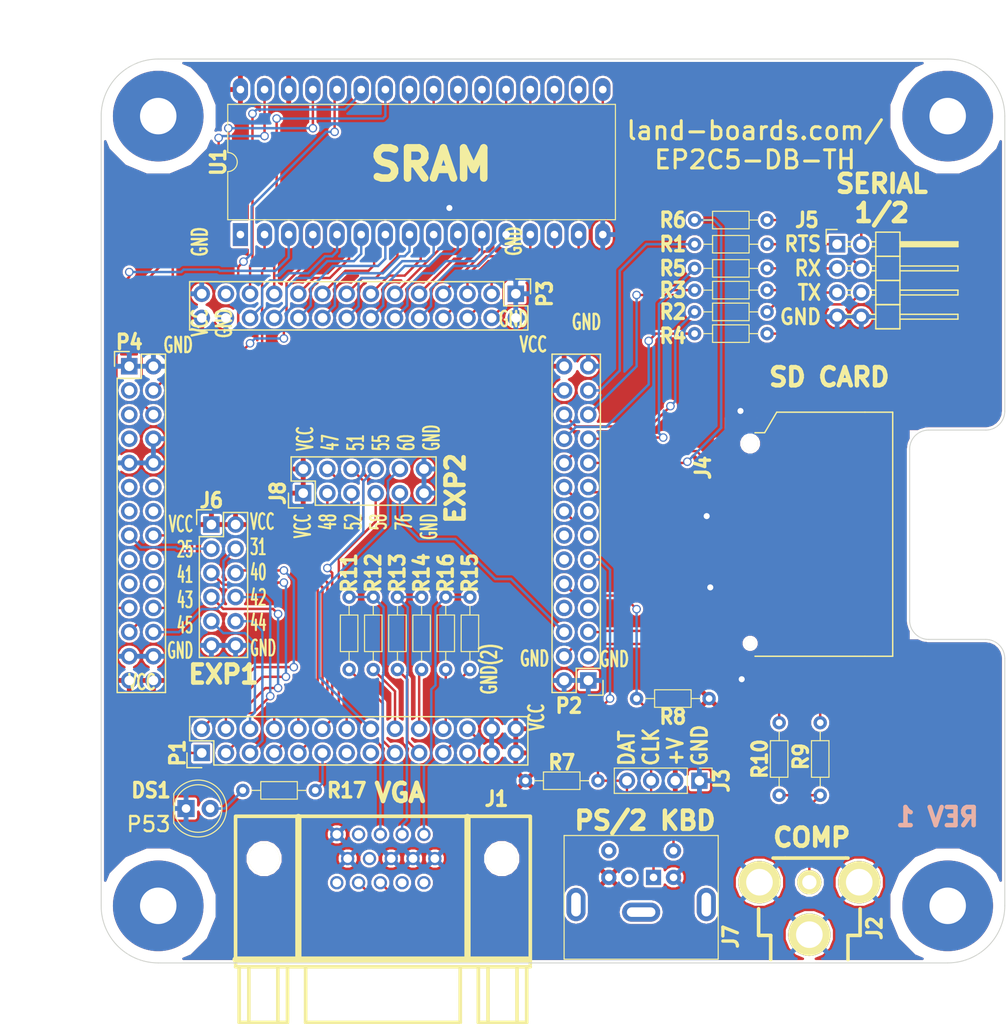
<source format=kicad_pcb>
(kicad_pcb (version 20171130) (host pcbnew "(5.0.2)-1")
  (title_block (title EP2C5-DB) (date 2016-12-29) (rev X2) (company land-boards.com))
  (layers (0 F.Cu signal) (31 B.Cu signal) (36 B.SilkS user) (37 F.SilkS user) (38 B.Mask user) (39 F.Mask user) (44 Edge.Cuts user))
  (net 0 "")
  (net 1 GND)
  (net 2 VCC)
  (net 3 /P63)
  (net 4 /P64)
  (net 5 /P65)
  (net 6 /P67)
  (net 7 /P71)
  (net 8 /P72)
  (net 9 /P112)
  (net 10 /P113)
  (net 11 /P114)
  (net 12 /P115)
  (net 13 /P118)
  (net 14 /P119)
  (net 15 /P120)
  (net 16 /P121)
  (net 17 /P122)
  (net 18 /P125)
  (net 19 /P129)
  (net 20 /P132)
  (net 21 /P133)
  (net 22 /P134)
  (net 23 /P135)
  (net 24 /P136)
  (net 25 /P137)
  (net 26 /P139)
  (net 27 /P141)
  (net 28 /P142)
  (net 29 /P143)
  (net 30 /P8)
  (net 31 /P24)
  (net 32 /P30)
  (net 33 /P28)
  (net 34 /P4)
  (net 35 /P86)
  (net 36 /P87)
  (net 37 /P96)
  (net 38 /P99)
  (net 39 /P100)
  (net 40 /P101)
  (net 41 /P103)
  (net 42 /P104)
  (net 43 /P74)
  (net 44 /P75)
  (net 45 /P97)
  (net 46 /P94)
  (net 47 /P40)
  (net 48 /P41)
  (net 49 /P42)
  (net 50 /P43)
  (net 51 /P44)
  (net 52 /P45)
  (net 53 /P47)
  (net 54 /P48)
  (net 55 /P69)
  (net 56 /P70)
  (net 57 /RTS1)
  (net 58 /RTS2)
  (net 59 /RX1)
  (net 60 /RX2)
  (net 61 /TX1)
  (net 62 /TX2)
  (net 63 "Net-(J1-Pad3)")
  (net 64 "Net-(J1-Pad2)")
  (net 65 "Net-(J1-Pad1)")
  (net 66 "Net-(J2-Pad4)")
  (net 67 /P52)
  (net 68 /P25)
  (net 69 /P31)
  (net 70 /P92)
  (net 71 /P93)
  (net 72 /P51)
  (net 73 /P53)
  (net 74 /P55)
  (net 75 /P58)
  (net 76 /P60)
  (net 77 /P32)
  (net 78 /P76)
  (net 79 /P126)
  (net 80 "Net-(DS1-Pad2)")
  (module Resistor_THT:R_Axial_DIN0204_L3.6mm_D1.6mm_P7.62mm_Horizontal (layer F.Cu) (at 73.914 77.216 180)
    (fp_text reference R8 (at 3.81 -1.92 180) (layer F.SilkS) (effects (font (size 1.524 1.397) (thickness 0.34925))))
    (fp_text value 10K)
    (pad 2 thru_hole oval (at 7.62 0 180) (size 1.4 1.4) (drill 0.7) (layers *.Cu *.Mask) (net 35 /P86))
    (pad 1 thru_hole circle (at 0 0 180) (size 1.4 1.4) (drill 0.7) (layers *.Cu *.Mask) (net 2 VCC))
  )
  (module LEDs:LED_D5.0mm (layer F.Cu) (at 18.923 88.773)
    (fp_text reference DS1 (at -3.683 -1.905) (layer F.SilkS) (effects (font (size 1.524 1.397) (thickness 0.34925))))
    (fp_text value LED_ALT hide)
    (pad 1 thru_hole rect (at 0 0) (size 1.8 1.8) (drill 0.9) (layers *.Cu *.Mask) (net 1 GND))
    (pad 2 thru_hole circle (at 2.54 0) (size 1.8 1.8) (drill 0.9) (layers *.Cu *.Mask) (net 80 "Net-(DS1-Pad2)"))
  )
  (module LandBoards_Conns:Connector_Mini-DIN_Female_6Pin_2rows (layer F.Cu) (at 68.072 96.012)
    (fp_text reference J7 (at 8.128 6.223 270) (layer F.SilkS) (effects (font (size 1.524 1.397) (thickness 0.34925))))
    (fp_text value Conn_01x06)
    (pad 7 thru_hole oval (at -8.15 2.85) (size 2 3.5) (drill oval 1 2.5) (layers *.Cu *.Mask))
    (pad 7 thru_hole oval (at 5.55 2.85) (size 2 3.5) (drill oval 1 2.5) (layers *.Cu *.Mask))
    (pad 1 thru_hole rect (at 0 0) (size 1.6 1.6) (drill 0.8) (layers *.Cu *.Mask) (net 36 /P87))
    (pad 2 thru_hole circle (at -2.6 0) (size 1.6 1.6) (drill 0.8) (layers *.Cu *.Mask))
    (pad 3 thru_hole circle (at 2.1 0) (size 1.6 1.6) (drill 0.8) (layers *.Cu *.Mask) (net 1 GND))
    (pad 4 thru_hole circle (at -4.7 0) (size 1.6 1.6) (drill 0.8) (layers *.Cu *.Mask) (net 2 VCC))
    (pad 5 thru_hole circle (at 2.1 -2.8) (size 1.6 1.6) (drill 0.8) (layers *.Cu *.Mask) (net 35 /P86))
    (pad 6 thru_hole circle (at -4.7 -2.8) (size 1.6 1.6) (drill 0.8) (layers *.Cu *.Mask))
    (pad 7 thru_hole oval (at -1.3 3.65) (size 4 2) (drill oval 3 1) (layers *.Cu *.Mask))
  )
  (module DougsNewMods:RCA (layer F.Cu) (at 84.455 96.52 180)
    (fp_text reference J2 (at -6.858 -4.826 270) (layer F.SilkS) (effects (font (size 1.524 1.397) (thickness 0.34925))))
    (fp_text value RCA-JACK hide)
    (pad 1 thru_hole circle (at 0 -5.5118 180) (size 4.445 4.445) (drill 2.794) (layers *.Cu *.Mask F.SilkS) (net 1 GND))
    (pad 2 thru_hole circle (at -5.2451 0 180) (size 4.445 4.445) (drill 2.794) (layers *.Cu *.Mask F.SilkS) (net 1 GND))
    (pad 3 thru_hole circle (at 5.2451 0 180) (size 4.445 4.445) (drill 2.794) (layers *.Cu *.Mask F.SilkS) (net 1 GND))
    (pad 4 thru_hole circle (at 0 0 180) (size 2.54 2.54) (drill 1.4986) (layers *.Cu *.Mask F.SilkS) (net 66 "Net-(J2-Pad4)"))
  )
  (module MTG-6-32 (layer F.Cu) (at 99 16 180)
    (fp_text reference MTG3 hide)
    (fp_text value MTG_HOLE hide)
    (pad 1 thru_hole circle (at 0 0 180) (size 9.525 9.525) (drill 3.8354) (layers *.Cu *.Mask) (clearance 1.27))
  )
  (module MTG-6-32 (layer F.Cu) (at 99 99 180)
    (fp_text reference MTG1 hide)
    (fp_text value MTG_HOLE hide)
    (pad 1 thru_hole circle (at 0 0 180) (size 9.525 9.525) (drill 3.8354) (layers *.Cu *.Mask) (clearance 1.27))
  )
  (module Pin_Headers:Pin_Header_Straight_2x14 (layer F.Cu) (at 20.574 82.931 90)
    (fp_text reference P1 (at 0 -2.54 90) (layer F.SilkS) (effects (font (size 1.524 1.397) (thickness 0.34925))))
    (fp_text value CONN_02X14 hide)
    (pad 1 thru_hole rect (at 0 0 90) (size 1.7272 1.7272) (drill 1.016) (layers *.Cu *.Mask) (net 47 /P40))
    (pad 2 thru_hole oval (at 2.54 0 90) (size 1.7272 1.7272) (drill 1.016) (layers *.Cu *.Mask) (net 48 /P41))
    (pad 3 thru_hole oval (at 0 2.54 90) (size 1.7272 1.7272) (drill 1.016) (layers *.Cu *.Mask) (net 49 /P42))
    (pad 4 thru_hole oval (at 2.54 2.54 90) (size 1.7272 1.7272) (drill 1.016) (layers *.Cu *.Mask) (net 50 /P43))
    (pad 5 thru_hole oval (at 0 5.08 90) (size 1.7272 1.7272) (drill 1.016) (layers *.Cu *.Mask) (net 51 /P44))
    (pad 6 thru_hole oval (at 2.54 5.08 90) (size 1.7272 1.7272) (drill 1.016) (layers *.Cu *.Mask) (net 52 /P45))
    (pad 7 thru_hole oval (at 0 7.62 90) (size 1.7272 1.7272) (drill 1.016) (layers *.Cu *.Mask) (net 53 /P47))
    (pad 8 thru_hole oval (at 2.54 7.62 90) (size 1.7272 1.7272) (drill 1.016) (layers *.Cu *.Mask) (net 54 /P48))
    (pad 9 thru_hole oval (at 0 10.16 90) (size 1.7272 1.7272) (drill 1.016) (layers *.Cu *.Mask) (net 72 /P51))
    (pad 10 thru_hole oval (at 2.54 10.16 90) (size 1.7272 1.7272) (drill 1.016) (layers *.Cu *.Mask) (net 67 /P52))
    (pad 11 thru_hole oval (at 0 12.7 90) (size 1.7272 1.7272) (drill 1.016) (layers *.Cu *.Mask) (net 73 /P53))
    (pad 12 thru_hole oval (at 2.54 12.7 90) (size 1.7272 1.7272) (drill 1.016) (layers *.Cu *.Mask) (net 74 /P55))
    (pad 13 thru_hole oval (at 0 15.24 90) (size 1.7272 1.7272) (drill 1.016) (layers *.Cu *.Mask))
    (pad 14 thru_hole oval (at 2.54 15.24 90) (size 1.7272 1.7272) (drill 1.016) (layers *.Cu *.Mask) (net 75 /P58))
    (pad 15 thru_hole oval (at 0 17.78 90) (size 1.7272 1.7272) (drill 1.016) (layers *.Cu *.Mask))
    (pad 16 thru_hole oval (at 2.54 17.78 90) (size 1.7272 1.7272) (drill 1.016) (layers *.Cu *.Mask) (net 76 /P60))
    (pad 17 thru_hole oval (at 0 20.32 90) (size 1.7272 1.7272) (drill 1.016) (layers *.Cu *.Mask) (net 3 /P63))
    (pad 18 thru_hole oval (at 2.54 20.32 90) (size 1.7272 1.7272) (drill 1.016) (layers *.Cu *.Mask) (net 4 /P64))
    (pad 19 thru_hole oval (at 0 22.86 90) (size 1.7272 1.7272) (drill 1.016) (layers *.Cu *.Mask) (net 5 /P65))
    (pad 20 thru_hole oval (at 2.54 22.86 90) (size 1.7272 1.7272) (drill 1.016) (layers *.Cu *.Mask) (net 6 /P67))
    (pad 21 thru_hole oval (at 0 25.4 90) (size 1.7272 1.7272) (drill 1.016) (layers *.Cu *.Mask) (net 55 /P69))
    (pad 22 thru_hole oval (at 2.54 25.4 90) (size 1.7272 1.7272) (drill 1.016) (layers *.Cu *.Mask) (net 56 /P70))
    (pad 23 thru_hole oval (at 0 27.94 90) (size 1.7272 1.7272) (drill 1.016) (layers *.Cu *.Mask) (net 7 /P71))
    (pad 24 thru_hole oval (at 2.54 27.94 90) (size 1.7272 1.7272) (drill 1.016) (layers *.Cu *.Mask) (net 8 /P72))
    (pad 25 thru_hole oval (at 0 30.48 90) (size 1.7272 1.7272) (drill 1.016) (layers *.Cu *.Mask) (net 1 GND))
    (pad 26 thru_hole oval (at 2.54 30.48 90) (size 1.7272 1.7272) (drill 1.016) (layers *.Cu *.Mask) (net 1 GND))
    (pad 27 thru_hole oval (at 0 33.02 90) (size 1.7272 1.7272) (drill 1.016) (layers *.Cu *.Mask) (net 2 VCC))
    (pad 28 thru_hole oval (at 2.54 33.02 90) (size 1.7272 1.7272) (drill 1.016) (layers *.Cu *.Mask) (net 2 VCC))
  )
  (module Pin_Headers:Pin_Header_Straight_2x14 (layer F.Cu) (at 61.214 75.311 180)
    (fp_text reference P2 (at 2.032 -2.667 180) (layer F.SilkS) (effects (font (size 1.524 1.397) (thickness 0.34925))))
    (fp_text value CONN_02X14 hide)
    (pad 1 thru_hole rect (at 0 0 180) (size 1.7272 1.7272) (drill 1.016) (layers *.Cu *.Mask) (net 1 GND))
    (pad 2 thru_hole oval (at 2.54 0 180) (size 1.7272 1.7272) (drill 1.016) (layers *.Cu *.Mask) (net 1 GND))
    (pad 3 thru_hole oval (at 0 2.54 180) (size 1.7272 1.7272) (drill 1.016) (layers *.Cu *.Mask))
    (pad 4 thru_hole oval (at 2.54 2.54 180) (size 1.7272 1.7272) (drill 1.016) (layers *.Cu *.Mask) (net 43 /P74))
    (pad 5 thru_hole oval (at 0 5.08 180) (size 1.7272 1.7272) (drill 1.016) (layers *.Cu *.Mask) (net 44 /P75))
    (pad 6 thru_hole oval (at 2.54 5.08 180) (size 1.7272 1.7272) (drill 1.016) (layers *.Cu *.Mask) (net 78 /P76))
    (pad 7 thru_hole oval (at 0 7.62 180) (size 1.7272 1.7272) (drill 1.016) (layers *.Cu *.Mask))
    (pad 8 thru_hole oval (at 2.54 7.62 180) (size 1.7272 1.7272) (drill 1.016) (layers *.Cu *.Mask))
    (pad 9 thru_hole oval (at 0 10.16 180) (size 1.7272 1.7272) (drill 1.016) (layers *.Cu *.Mask))
    (pad 10 thru_hole oval (at 2.54 10.16 180) (size 1.7272 1.7272) (drill 1.016) (layers *.Cu *.Mask) (net 35 /P86))
    (pad 11 thru_hole oval (at 0 12.7 180) (size 1.7272 1.7272) (drill 1.016) (layers *.Cu *.Mask) (net 36 /P87))
    (pad 12 thru_hole oval (at 2.54 12.7 180) (size 1.7272 1.7272) (drill 1.016) (layers *.Cu *.Mask))
    (pad 13 thru_hole oval (at 0 15.24 180) (size 1.7272 1.7272) (drill 1.016) (layers *.Cu *.Mask))
    (pad 14 thru_hole oval (at 2.54 15.24 180) (size 1.7272 1.7272) (drill 1.016) (layers *.Cu *.Mask))
    (pad 15 thru_hole oval (at 0 17.78 180) (size 1.7272 1.7272) (drill 1.016) (layers *.Cu *.Mask))
    (pad 16 thru_hole oval (at 2.54 17.78 180) (size 1.7272 1.7272) (drill 1.016) (layers *.Cu *.Mask) (net 70 /P92))
    (pad 17 thru_hole oval (at 0 20.32 180) (size 1.7272 1.7272) (drill 1.016) (layers *.Cu *.Mask) (net 71 /P93))
    (pad 18 thru_hole oval (at 2.54 20.32 180) (size 1.7272 1.7272) (drill 1.016) (layers *.Cu *.Mask) (net 46 /P94))
    (pad 19 thru_hole oval (at 0 22.86 180) (size 1.7272 1.7272) (drill 1.016) (layers *.Cu *.Mask) (net 37 /P96))
    (pad 20 thru_hole oval (at 2.54 22.86 180) (size 1.7272 1.7272) (drill 1.016) (layers *.Cu *.Mask) (net 45 /P97))
    (pad 21 thru_hole oval (at 0 25.4 180) (size 1.7272 1.7272) (drill 1.016) (layers *.Cu *.Mask) (net 38 /P99))
    (pad 22 thru_hole oval (at 2.54 25.4 180) (size 1.7272 1.7272) (drill 1.016) (layers *.Cu *.Mask) (net 39 /P100))
    (pad 23 thru_hole oval (at 0 27.94 180) (size 1.7272 1.7272) (drill 1.016) (layers *.Cu *.Mask) (net 40 /P101))
    (pad 24 thru_hole oval (at 2.54 27.94 180) (size 1.7272 1.7272) (drill 1.016) (layers *.Cu *.Mask) (net 41 /P103))
    (pad 25 thru_hole oval (at 0 30.48 180) (size 1.7272 1.7272) (drill 1.016) (layers *.Cu *.Mask) (net 42 /P104))
    (pad 26 thru_hole oval (at 2.54 30.48 180) (size 1.7272 1.7272) (drill 1.016) (layers *.Cu *.Mask) (net 1 GND))
    (pad 27 thru_hole oval (at 0 33.02 180) (size 1.7272 1.7272) (drill 1.016) (layers *.Cu *.Mask) (net 1 GND))
    (pad 28 thru_hole oval (at 2.54 33.02 180) (size 1.7272 1.7272) (drill 1.016) (layers *.Cu *.Mask) (net 2 VCC))
  )
  (module Pin_Headers:Pin_Header_Straight_2x14 (layer F.Cu) (at 53.594 34.671 270)
    (fp_text reference P3 (at 0 -3.048 270) (layer F.SilkS) (effects (font (size 1.524 1.397) (thickness 0.34925))))
    (fp_text value CONN_02X14 hide)
    (pad 1 thru_hole rect (at 0 0 270) (size 1.7272 1.7272) (drill 1.016) (layers *.Cu *.Mask) (net 1 GND))
    (pad 2 thru_hole oval (at 2.54 0 270) (size 1.7272 1.7272) (drill 1.016) (layers *.Cu *.Mask) (net 1 GND))
    (pad 3 thru_hole oval (at 0 2.54 270) (size 1.7272 1.7272) (drill 1.016) (layers *.Cu *.Mask) (net 9 /P112))
    (pad 4 thru_hole oval (at 2.54 2.54 270) (size 1.7272 1.7272) (drill 1.016) (layers *.Cu *.Mask) (net 10 /P113))
    (pad 5 thru_hole oval (at 0 5.08 270) (size 1.7272 1.7272) (drill 1.016) (layers *.Cu *.Mask) (net 11 /P114))
    (pad 6 thru_hole oval (at 2.54 5.08 270) (size 1.7272 1.7272) (drill 1.016) (layers *.Cu *.Mask) (net 12 /P115))
    (pad 7 thru_hole oval (at 0 7.62 270) (size 1.7272 1.7272) (drill 1.016) (layers *.Cu *.Mask) (net 13 /P118))
    (pad 8 thru_hole oval (at 2.54 7.62 270) (size 1.7272 1.7272) (drill 1.016) (layers *.Cu *.Mask) (net 14 /P119))
    (pad 9 thru_hole oval (at 0 10.16 270) (size 1.7272 1.7272) (drill 1.016) (layers *.Cu *.Mask) (net 15 /P120))
    (pad 10 thru_hole oval (at 2.54 10.16 270) (size 1.7272 1.7272) (drill 1.016) (layers *.Cu *.Mask) (net 16 /P121))
    (pad 11 thru_hole oval (at 0 12.7 270) (size 1.7272 1.7272) (drill 1.016) (layers *.Cu *.Mask) (net 17 /P122))
    (pad 12 thru_hole oval (at 2.54 12.7 270) (size 1.7272 1.7272) (drill 1.016) (layers *.Cu *.Mask) (net 18 /P125))
    (pad 13 thru_hole oval (at 0 15.24 270) (size 1.7272 1.7272) (drill 1.016) (layers *.Cu *.Mask) (net 79 /P126))
    (pad 14 thru_hole oval (at 2.54 15.24 270) (size 1.7272 1.7272) (drill 1.016) (layers *.Cu *.Mask) (net 19 /P129))
    (pad 15 thru_hole oval (at 0 17.78 270) (size 1.7272 1.7272) (drill 1.016) (layers *.Cu *.Mask) (net 20 /P132))
    (pad 16 thru_hole oval (at 2.54 17.78 270) (size 1.7272 1.7272) (drill 1.016) (layers *.Cu *.Mask) (net 21 /P133))
    (pad 17 thru_hole oval (at 0 20.32 270) (size 1.7272 1.7272) (drill 1.016) (layers *.Cu *.Mask) (net 22 /P134))
    (pad 18 thru_hole oval (at 2.54 20.32 270) (size 1.7272 1.7272) (drill 1.016) (layers *.Cu *.Mask) (net 23 /P135))
    (pad 19 thru_hole oval (at 0 22.86 270) (size 1.7272 1.7272) (drill 1.016) (layers *.Cu *.Mask) (net 24 /P136))
    (pad 20 thru_hole oval (at 2.54 22.86 270) (size 1.7272 1.7272) (drill 1.016) (layers *.Cu *.Mask) (net 25 /P137))
    (pad 21 thru_hole oval (at 0 25.4 270) (size 1.7272 1.7272) (drill 1.016) (layers *.Cu *.Mask) (net 26 /P139))
    (pad 22 thru_hole oval (at 2.54 25.4 270) (size 1.7272 1.7272) (drill 1.016) (layers *.Cu *.Mask) (net 27 /P141))
    (pad 23 thru_hole oval (at 0 27.94 270) (size 1.7272 1.7272) (drill 1.016) (layers *.Cu *.Mask) (net 28 /P142))
    (pad 24 thru_hole oval (at 2.54 27.94 270) (size 1.7272 1.7272) (drill 1.016) (layers *.Cu *.Mask) (net 29 /P143))
    (pad 25 thru_hole oval (at 0 30.48 270) (size 1.7272 1.7272) (drill 1.016) (layers *.Cu *.Mask))
    (pad 26 thru_hole oval (at 2.54 30.48 270) (size 1.7272 1.7272) (drill 1.016) (layers *.Cu *.Mask) (net 1 GND))
    (pad 27 thru_hole oval (at 0 33.02 270) (size 1.7272 1.7272) (drill 1.016) (layers *.Cu *.Mask) (net 1 GND))
    (pad 28 thru_hole oval (at 2.54 33.02 270) (size 1.7272 1.7272) (drill 1.016) (layers *.Cu *.Mask) (net 2 VCC))
  )
  (module Pin_Headers:Pin_Header_Straight_2x14 (layer F.Cu) (at 12.954 42.291)
    (fp_text reference P4 (at 0 -2.54) (layer F.SilkS) (effects (font (size 1.524 1.397) (thickness 0.34925))))
    (fp_text value CONN_02X14 hide)
    (pad 1 thru_hole rect (at 0 0) (size 1.7272 1.7272) (drill 1.016) (layers *.Cu *.Mask) (net 1 GND))
    (pad 2 thru_hole oval (at 2.54 0) (size 1.7272 1.7272) (drill 1.016) (layers *.Cu *.Mask) (net 1 GND))
    (pad 3 thru_hole oval (at 0 2.54) (size 1.7272 1.7272) (drill 1.016) (layers *.Cu *.Mask))
    (pad 4 thru_hole oval (at 2.54 2.54) (size 1.7272 1.7272) (drill 1.016) (layers *.Cu *.Mask) (net 34 /P4))
    (pad 5 thru_hole oval (at 0 5.08) (size 1.7272 1.7272) (drill 1.016) (layers *.Cu *.Mask))
    (pad 6 thru_hole oval (at 2.54 5.08) (size 1.7272 1.7272) (drill 1.016) (layers *.Cu *.Mask) (net 30 /P8))
    (pad 7 thru_hole oval (at 0 7.62) (size 1.7272 1.7272) (drill 1.016) (layers *.Cu *.Mask))
    (pad 8 thru_hole oval (at 2.54 7.62) (size 1.7272 1.7272) (drill 1.016) (layers *.Cu *.Mask) (net 1 GND))
    (pad 9 thru_hole oval (at 0 10.16) (size 1.7272 1.7272) (drill 1.016) (layers *.Cu *.Mask) (net 1 GND))
    (pad 10 thru_hole oval (at 2.54 10.16) (size 1.7272 1.7272) (drill 1.016) (layers *.Cu *.Mask) (net 1 GND))
    (pad 11 thru_hole oval (at 0 12.7) (size 1.7272 1.7272) (drill 1.016) (layers *.Cu *.Mask))
    (pad 12 thru_hole oval (at 2.54 12.7) (size 1.7272 1.7272) (drill 1.016) (layers *.Cu *.Mask))
    (pad 13 thru_hole oval (at 0 15.24) (size 1.7272 1.7272) (drill 1.016) (layers *.Cu *.Mask))
    (pad 14 thru_hole oval (at 2.54 15.24) (size 1.7272 1.7272) (drill 1.016) (layers *.Cu *.Mask))
    (pad 15 thru_hole oval (at 0 17.78) (size 1.7272 1.7272) (drill 1.016) (layers *.Cu *.Mask) (net 68 /P25))
    (pad 16 thru_hole oval (at 2.54 17.78) (size 1.7272 1.7272) (drill 1.016) (layers *.Cu *.Mask) (net 31 /P24))
    (pad 17 thru_hole oval (at 0 20.32) (size 1.7272 1.7272) (drill 1.016) (layers *.Cu *.Mask))
    (pad 18 thru_hole oval (at 2.54 20.32) (size 1.7272 1.7272) (drill 1.016) (layers *.Cu *.Mask))
    (pad 19 thru_hole oval (at 0 22.86) (size 1.7272 1.7272) (drill 1.016) (layers *.Cu *.Mask))
    (pad 20 thru_hole oval (at 2.54 22.86) (size 1.7272 1.7272) (drill 1.016) (layers *.Cu *.Mask))
    (pad 21 thru_hole oval (at 0 25.4) (size 1.7272 1.7272) (drill 1.016) (layers *.Cu *.Mask) (net 32 /P30))
    (pad 22 thru_hole oval (at 2.54 25.4) (size 1.7272 1.7272) (drill 1.016) (layers *.Cu *.Mask) (net 33 /P28))
    (pad 23 thru_hole oval (at 0 27.94) (size 1.7272 1.7272) (drill 1.016) (layers *.Cu *.Mask) (net 77 /P32))
    (pad 24 thru_hole oval (at 2.54 27.94) (size 1.7272 1.7272) (drill 1.016) (layers *.Cu *.Mask) (net 69 /P31))
    (pad 25 thru_hole oval (at 0 30.48) (size 1.7272 1.7272) (drill 1.016) (layers *.Cu *.Mask) (net 1 GND))
    (pad 26 thru_hole oval (at 2.54 30.48) (size 1.7272 1.7272) (drill 1.016) (layers *.Cu *.Mask) (net 1 GND))
    (pad 27 thru_hole oval (at 0 33.02) (size 1.7272 1.7272) (drill 1.016) (layers *.Cu *.Mask) (net 2 VCC))
    (pad 28 thru_hole oval (at 2.54 33.02) (size 1.7272 1.7272) (drill 1.016) (layers *.Cu *.Mask) (net 2 VCC))
  )
  (module Pin_Headers:Pin_Header_Straight_2x06 (layer F.Cu) (at 21.59 58.928)
    (fp_text reference J6 (at 0 -2.54) (layer F.SilkS) (effects (font (size 1.524 1.397) (thickness 0.34925))))
    (fp_text value CONN_02X06 hide)
    (pad 1 thru_hole rect (at 0 0) (size 1.7272 1.7272) (drill 1.016) (layers *.Cu *.Mask) (net 2 VCC))
    (pad 2 thru_hole oval (at 2.54 0) (size 1.7272 1.7272) (drill 1.016) (layers *.Cu *.Mask) (net 2 VCC))
    (pad 3 thru_hole oval (at 0 2.54) (size 1.7272 1.7272) (drill 1.016) (layers *.Cu *.Mask) (net 68 /P25))
    (pad 4 thru_hole oval (at 2.54 2.54) (size 1.7272 1.7272) (drill 1.016) (layers *.Cu *.Mask) (net 69 /P31))
    (pad 5 thru_hole oval (at 0 5.08) (size 1.7272 1.7272) (drill 1.016) (layers *.Cu *.Mask) (net 48 /P41))
    (pad 6 thru_hole oval (at 2.54 5.08) (size 1.7272 1.7272) (drill 1.016) (layers *.Cu *.Mask) (net 47 /P40))
    (pad 7 thru_hole oval (at 0 7.62) (size 1.7272 1.7272) (drill 1.016) (layers *.Cu *.Mask) (net 50 /P43))
    (pad 8 thru_hole oval (at 2.54 7.62) (size 1.7272 1.7272) (drill 1.016) (layers *.Cu *.Mask) (net 49 /P42))
    (pad 9 thru_hole oval (at 0 10.16) (size 1.7272 1.7272) (drill 1.016) (layers *.Cu *.Mask) (net 52 /P45))
    (pad 10 thru_hole oval (at 2.54 10.16) (size 1.7272 1.7272) (drill 1.016) (layers *.Cu *.Mask) (net 51 /P44))
    (pad 11 thru_hole oval (at 0 12.7) (size 1.7272 1.7272) (drill 1.016) (layers *.Cu *.Mask) (net 1 GND))
    (pad 12 thru_hole oval (at 2.54 12.7) (size 1.7272 1.7272) (drill 1.016) (layers *.Cu *.Mask) (net 1 GND))
  )
  (module Pin_Headers:Pin_Header_Angled_2x04 (layer F.Cu) (at 87.376 29.464)
    (fp_text reference J5 (at -3.175 -2.54) (layer F.SilkS) (effects (font (size 1.524 1.397) (thickness 0.34925))))
    (fp_text value CONN_02X04 hide)
    (pad 1 thru_hole rect (at 0 0) (size 1.7272 1.7272) (drill 1.016) (layers *.Cu *.Mask) (net 57 /RTS1))
    (pad 2 thru_hole oval (at 2.54 0) (size 1.7272 1.7272) (drill 1.016) (layers *.Cu *.Mask) (net 58 /RTS2))
    (pad 3 thru_hole oval (at 0 2.54) (size 1.7272 1.7272) (drill 1.016) (layers *.Cu *.Mask) (net 59 /RX1))
    (pad 4 thru_hole oval (at 2.54 2.54) (size 1.7272 1.7272) (drill 1.016) (layers *.Cu *.Mask) (net 60 /RX2))
    (pad 5 thru_hole oval (at 0 5.08) (size 1.7272 1.7272) (drill 1.016) (layers *.Cu *.Mask) (net 61 /TX1))
    (pad 6 thru_hole oval (at 2.54 5.08) (size 1.7272 1.7272) (drill 1.016) (layers *.Cu *.Mask) (net 62 /TX2))
    (pad 7 thru_hole oval (at 0 7.62) (size 1.7272 1.7272) (drill 1.016) (layers *.Cu *.Mask) (net 1 GND))
    (pad 8 thru_hole oval (at 2.54 7.62) (size 1.7272 1.7272) (drill 1.016) (layers *.Cu *.Mask) (net 1 GND))
  )
  (module MTG-6-32 (layer F.Cu) (at 16 99)
    (fp_text reference MTG2 hide)
    (fp_text value MTG_HOLE hide)
    (pad 1 thru_hole circle (at 0 0) (size 9.525 9.525) (drill 3.8354) (layers *.Cu *.Mask) (clearance 1.27))
  )
  (module Pin_Headers:Pin_Header_Straight_2x06 (layer F.Cu) (at 31.242 55.626 90)
    (fp_text reference J8 (at 0 -2.667 270) (layer F.SilkS) (effects (font (size 1.524 1.397) (thickness 0.34925))))
    (fp_text value CONN_02X06 hide)
    (pad 1 thru_hole rect (at 0 0 90) (size 1.7272 1.7272) (drill 1.016) (layers *.Cu *.Mask) (net 2 VCC))
    (pad 2 thru_hole oval (at 2.54 0 90) (size 1.7272 1.7272) (drill 1.016) (layers *.Cu *.Mask) (net 2 VCC))
    (pad 3 thru_hole oval (at 0 2.54 90) (size 1.7272 1.7272) (drill 1.016) (layers *.Cu *.Mask) (net 54 /P48))
    (pad 4 thru_hole oval (at 2.54 2.54 90) (size 1.7272 1.7272) (drill 1.016) (layers *.Cu *.Mask) (net 53 /P47))
    (pad 5 thru_hole oval (at 0 5.08 90) (size 1.7272 1.7272) (drill 1.016) (layers *.Cu *.Mask) (net 67 /P52))
    (pad 6 thru_hole oval (at 2.54 5.08 90) (size 1.7272 1.7272) (drill 1.016) (layers *.Cu *.Mask) (net 72 /P51))
    (pad 7 thru_hole oval (at 0 7.62 90) (size 1.7272 1.7272) (drill 1.016) (layers *.Cu *.Mask) (net 75 /P58))
    (pad 8 thru_hole oval (at 2.54 7.62 90) (size 1.7272 1.7272) (drill 1.016) (layers *.Cu *.Mask) (net 74 /P55))
    (pad 9 thru_hole oval (at 0 10.16 90) (size 1.7272 1.7272) (drill 1.016) (layers *.Cu *.Mask) (net 78 /P76))
    (pad 10 thru_hole oval (at 2.54 10.16 90) (size 1.7272 1.7272) (drill 1.016) (layers *.Cu *.Mask) (net 76 /P60))
    (pad 11 thru_hole oval (at 0 12.7 90) (size 1.7272 1.7272) (drill 1.016) (layers *.Cu *.Mask) (net 1 GND))
    (pad 12 thru_hole oval (at 2.54 12.7 90) (size 1.7272 1.7272) (drill 1.016) (layers *.Cu *.Mask) (net 1 GND))
  )
  (module LandBoards_Conns:DB_15F-VGA-fixed (layer F.Cu) (at 39.624 98.044)
    (fp_text reference J1 (at 11.938 -10.287) (layer F.SilkS) (effects (font (size 1.524 1.397) (thickness 0.34925))))
    (fp_text value VGA (at 1.778 -10.922) (layer F.SilkS) (effects (font (size 1.905 1.905) (thickness 0.47625))))
    (pad "" np_thru_hole circle (at 12.49426 -4.01066) (size 3.2 3.2) (drill 3.2) (layers *.Cu *.Mask F.SilkS))
    (pad 3 thru_hole circle (at -0.2667 -6.55066) (size 1.397 1.397) (drill 0.889) (layers *.Cu *.Mask) (net 63 "Net-(J1-Pad3)"))
    (pad 2 thru_hole circle (at 2.0193 -6.55066) (size 1.397 1.397) (drill 0.9144) (layers *.Cu *.Mask) (net 64 "Net-(J1-Pad2)"))
    (pad 1 thru_hole circle (at 4.31038 -6.55066) (size 1.397 1.397) (drill 0.9144) (layers *.Cu *.Mask) (net 65 "Net-(J1-Pad1)"))
    (pad 4 thru_hole circle (at -2.56032 -6.55066) (size 1.397 1.397) (drill 0.9144) (layers *.Cu *.Mask))
    (pad 5 thru_hole circle (at -4.84886 -6.55066) (size 1.397 1.397) (drill 0.9144) (layers *.Cu *.Mask) (net 1 GND))
    (pad 9 thru_hole circle (at -1.41478 -4.01066) (size 1.397 1.397) (drill 0.9144) (layers *.Cu *.Mask))
    (pad 8 thru_hole circle (at 0.87376 -4.01066) (size 1.397 1.397) (drill 0.9144) (layers *.Cu *.Mask) (net 1 GND))
    (pad 7 thru_hole circle (at 3.16484 -4.01066) (size 1.397 1.397) (drill 0.9144) (layers *.Cu *.Mask) (net 1 GND))
    (pad 6 thru_hole circle (at 5.45592 -4.01066) (size 1.397 1.397) (drill 0.9144) (layers *.Cu *.Mask) (net 1 GND))
    (pad "" np_thru_hole circle (at -12.49426 -4.01066) (size 3.2 3.2) (drill 3.2) (layers *.Cu *.Mask F.SilkS))
    (pad 10 thru_hole circle (at -3.70586 -4.01066) (size 1.397 1.397) (drill 0.9144) (layers *.Cu *.Mask) (net 1 GND))
    (pad 11 thru_hole circle (at 4.31038 -1.47066) (size 1.397 1.397) (drill 0.9144) (layers *.Cu *.Mask))
    (pad 12 thru_hole circle (at 2.0193 -1.47066) (size 1.397 1.397) (drill 0.9144) (layers *.Cu *.Mask))
    (pad 13 thru_hole circle (at -0.26924 -1.4732) (size 1.397 1.397) (drill 0.9144) (layers *.Cu *.Mask) (net 7 /P71))
    (pad 14 thru_hole circle (at -2.56032 -1.47066) (size 1.397 1.397) (drill 0.9144) (layers *.Cu *.Mask) (net 8 /P72))
    (pad 15 thru_hole circle (at -4.84886 -1.47066) (size 1.397 1.397) (drill 0.9144) (layers *.Cu *.Mask))
  )
  (module MTG-6-32 (layer F.Cu) (at 16 16)
    (fp_text reference MTG4 hide)
    (fp_text value MTG_HOLE hide)
    (pad 1 thru_hole circle (at 0 0) (size 9.525 9.525) (drill 3.8354) (layers *.Cu *.Mask) (clearance 1.27))
  )
  (module LandBoards_Conns:SD_CARD (layer F.Cu) (at 78.232 65.532 90)
    (fp_text reference J4 (at 12.573 -4.953 90) (layer F.SilkS) (effects (font (size 1.524 1.397) (thickness 0.34925))))
    (fp_text value SD_Card hide)
    (pad 11 smd rect (at -6.6 -2.8 90) (size 0.7 1.5) (layers F.Cu F.Mask))
    (pad 10 smd rect (at -5.46 -2.8 90) (size 0.7 1.5) (layers F.Cu F.Mask))
    (pad "" np_thru_hole circle (at 15.12 0 90) (size 1.6 1.6) (drill 1.6) (layers *.Cu *.Mask F.SilkS))
    (pad 2 smd rect (at 10 -2.8 90) (size 1 1.5) (layers F.Cu F.Mask) (net 71 /P93))
    (pad 1 smd rect (at 12.5 -2.8 90) (size 1 1.5) (layers F.Cu F.Mask) (net 45 /P97))
    (pad 3 smd rect (at 7.5 -2.8 90) (size 1 1.5) (layers F.Cu F.Mask) (net 1 GND))
    (pad 4 smd rect (at 5 -2.8 90) (size 1 1.5) (layers F.Cu F.Mask) (net 2 VCC))
    (pad 5 smd rect (at 2.5 -2.8 90) (size 1 1.5) (layers F.Cu F.Mask) (net 46 /P94))
    (pad 6 smd rect (at 0 -2.8 90) (size 1 1.5) (layers F.Cu F.Mask) (net 1 GND))
    (pad 7 smd rect (at -2.42 -2.8 90) (size 1 1.5) (layers F.Cu F.Mask) (net 70 /P92))
    (pad 8 smd rect (at -4.12 -2.8 90) (size 1 1.5) (layers F.Cu F.Mask))
    (pad 9 smd rect (at 15 -2.8 90) (size 1 1.5) (layers F.Cu F.Mask))
    (pad 12 smd rect (at 17.07 -1 90) (size 1.5 2.8) (layers F.Cu F.Mask) (net 1 GND))
    (pad 13 smd rect (at -8.03 -1 90) (size 1.5 2.8) (layers F.Cu F.Mask) (net 1 GND))
    (pad 14 smd rect (at -8.03 13.5 90) (size 1.5 2.8) (layers F.Cu F.Mask))
    (pad 15 smd rect (at 19.27 13.5 90) (size 1.5 2.8) (layers F.Cu F.Mask))
    (pad "" np_thru_hole circle (at -5.88 0 90) (size 1.1 1.1) (drill 1.1) (layers *.Cu *.Mask F.SilkS))
  )
  (module Connector_PinHeader_2.54mm:PinHeader_1x04_P2.54mm_Vertical (layer F.Cu) (at 72.898 85.852 270)
    (fp_text reference J3 (at 0 -2.33 270) (layer F.SilkS) (effects (font (size 1.524 1.397) (thickness 0.34925))))
    (fp_text value CONN_01X04)
    (pad 1 thru_hole rect (at 0 0 270) (size 1.7 1.7) (drill 1) (layers *.Cu *.Mask) (net 1 GND))
    (pad 2 thru_hole oval (at 0 2.54 270) (size 1.7 1.7) (drill 1) (layers *.Cu *.Mask) (net 2 VCC))
    (pad 3 thru_hole oval (at 0 5.08 270) (size 1.7 1.7) (drill 1) (layers *.Cu *.Mask) (net 35 /P86))
    (pad 4 thru_hole oval (at 0 7.62 270) (size 1.7 1.7) (drill 1) (layers *.Cu *.Mask) (net 36 /P87))
  )
  (module Resistor_THT:R_Axial_DIN0204_L3.6mm_D1.6mm_P7.62mm_Horizontal (layer F.Cu) (at 72.39 29.464)
    (fp_text reference R1 (at -2.286 0) (layer F.SilkS) (effects (font (size 1.524 1.397) (thickness 0.34925))))
    (fp_text value 2.2K)
    (pad 2 thru_hole oval (at 7.62 0) (size 1.4 1.4) (drill 0.7) (layers *.Cu *.Mask) (net 57 /RTS1))
    (pad 1 thru_hole circle (at 0 0) (size 1.4 1.4) (drill 0.7) (layers *.Cu *.Mask) (net 42 /P104))
  )
  (module Resistor_THT:R_Axial_DIN0204_L3.6mm_D1.6mm_P7.62mm_Horizontal (layer F.Cu) (at 72.39 36.576)
    (fp_text reference R2 (at -2.286 0) (layer F.SilkS) (effects (font (size 1.524 1.397) (thickness 0.34925))))
    (fp_text value 2.2K)
    (pad 1 thru_hole circle (at 0 0) (size 1.4 1.4) (drill 0.7) (layers *.Cu *.Mask) (net 41 /P103))
    (pad 2 thru_hole oval (at 7.62 0) (size 1.4 1.4) (drill 0.7) (layers *.Cu *.Mask) (net 61 /TX1))
  )
  (module Resistor_THT:R_Axial_DIN0204_L3.6mm_D1.6mm_P7.62mm_Horizontal (layer F.Cu) (at 72.39 34.29)
    (fp_text reference R3 (at -2.286 0) (layer F.SilkS) (effects (font (size 1.524 1.397) (thickness 0.34925))))
    (fp_text value 2.2K)
    (pad 2 thru_hole oval (at 7.62 0) (size 1.4 1.4) (drill 0.7) (layers *.Cu *.Mask) (net 59 /RX1))
    (pad 1 thru_hole circle (at 0 0) (size 1.4 1.4) (drill 0.7) (layers *.Cu *.Mask) (net 40 /P101))
  )
  (module Resistor_THT:R_Axial_DIN0204_L3.6mm_D1.6mm_P7.62mm_Horizontal (layer F.Cu) (at 80.01 38.862 180)
    (fp_text reference R4 (at 9.906 -0.254 180) (layer F.SilkS) (effects (font (size 1.524 1.397) (thickness 0.34925))))
    (fp_text value 2.2K)
    (pad 2 thru_hole oval (at 7.62 0 180) (size 1.4 1.4) (drill 0.7) (layers *.Cu *.Mask) (net 39 /P100))
    (pad 1 thru_hole circle (at 0 0 180) (size 1.4 1.4) (drill 0.7) (layers *.Cu *.Mask) (net 62 /TX2))
  )
  (module Resistor_THT:R_Axial_DIN0204_L3.6mm_D1.6mm_P7.62mm_Horizontal (layer F.Cu) (at 80.01 32.004 180)
    (fp_text reference R5 (at 9.906 0 180) (layer F.SilkS) (effects (font (size 1.524 1.397) (thickness 0.34925))))
    (fp_text value 2.2K)
    (pad 1 thru_hole circle (at 0 0 180) (size 1.4 1.4) (drill 0.7) (layers *.Cu *.Mask) (net 60 /RX2))
    (pad 2 thru_hole oval (at 7.62 0 180) (size 1.4 1.4) (drill 0.7) (layers *.Cu *.Mask) (net 38 /P99))
  )
  (module Resistor_THT:R_Axial_DIN0204_L3.6mm_D1.6mm_P7.62mm_Horizontal (layer F.Cu) (at 80.01 26.924 180)
    (fp_text reference R6 (at 9.906 0 180) (layer F.SilkS) (effects (font (size 1.524 1.397) (thickness 0.34925))))
    (fp_text value 2.2K)
    (pad 2 thru_hole oval (at 7.62 0 180) (size 1.4 1.4) (drill 0.7) (layers *.Cu *.Mask) (net 37 /P96))
    (pad 1 thru_hole circle (at 0 0 180) (size 1.4 1.4) (drill 0.7) (layers *.Cu *.Mask) (net 58 /RTS2))
  )
  (module Resistor_THT:R_Axial_DIN0204_L3.6mm_D1.6mm_P7.62mm_Horizontal (layer F.Cu) (at 54.61 85.852)
    (fp_text reference R7 (at 3.81 -1.92) (layer F.SilkS) (effects (font (size 1.524 1.397) (thickness 0.34925))))
    (fp_text value 10K)
    (pad 1 thru_hole circle (at 0 0) (size 1.4 1.4) (drill 0.7) (layers *.Cu *.Mask) (net 2 VCC))
    (pad 2 thru_hole oval (at 7.62 0) (size 1.4 1.4) (drill 0.7) (layers *.Cu *.Mask) (net 36 /P87))
  )
  (module Resistor_THT:R_Axial_DIN0204_L3.6mm_D1.6mm_P7.62mm_Horizontal (layer F.Cu) (at 85.598 79.756 270)
    (fp_text reference R9 (at 3.556 2.032 270) (layer F.SilkS) (effects (font (size 1.524 1.397) (thickness 0.34925))))
    (fp_text value 470)
    (pad 1 thru_hole circle (at 0 0 270) (size 1.4 1.4) (drill 0.7) (layers *.Cu *.Mask) (net 44 /P75))
    (pad 2 thru_hole oval (at 7.62 0 270) (size 1.4 1.4) (drill 0.7) (layers *.Cu *.Mask) (net 66 "Net-(J2-Pad4)"))
  )
  (module Resistor_THT:R_Axial_DIN0204_L3.6mm_D1.6mm_P7.62mm_Horizontal (layer F.Cu) (at 81.28 79.756 270)
    (fp_text reference R10 (at 3.81 2.032 270) (layer F.SilkS) (effects (font (size 1.524 1.397) (thickness 0.34925))))
    (fp_text value 1K)
    (pad 2 thru_hole oval (at 7.62 0 270) (size 1.4 1.4) (drill 0.7) (layers *.Cu *.Mask) (net 66 "Net-(J2-Pad4)"))
    (pad 1 thru_hole circle (at 0 0 270) (size 1.4 1.4) (drill 0.7) (layers *.Cu *.Mask) (net 43 /P74))
  )
  (module Resistor_THT:R_Axial_DIN0204_L3.6mm_D1.6mm_P7.62mm_Horizontal (layer F.Cu) (at 36.068 74.168 90)
    (fp_text reference R11 (at 10.16 0 90) (layer F.SilkS) (effects (font (size 1.524 1.397) (thickness 0.34925))))
    (fp_text value 470)
    (pad 1 thru_hole circle (at 0 0 90) (size 1.4 1.4) (drill 0.7) (layers *.Cu *.Mask) (net 3 /P63))
    (pad 2 thru_hole oval (at 7.62 0 90) (size 1.4 1.4) (drill 0.7) (layers *.Cu *.Mask) (net 63 "Net-(J1-Pad3)"))
  )
  (module Resistor_THT:R_Axial_DIN0204_L3.6mm_D1.6mm_P7.62mm_Horizontal (layer F.Cu) (at 38.608 74.168 90)
    (fp_text reference R12 (at 10.16 0 90) (layer F.SilkS) (effects (font (size 1.524 1.397) (thickness 0.34925))))
    (fp_text value 680)
    (pad 1 thru_hole circle (at 0 0 90) (size 1.4 1.4) (drill 0.7) (layers *.Cu *.Mask) (net 4 /P64))
    (pad 2 thru_hole oval (at 7.62 0 90) (size 1.4 1.4) (drill 0.7) (layers *.Cu *.Mask) (net 63 "Net-(J1-Pad3)"))
  )
  (module Resistor_THT:R_Axial_DIN0204_L3.6mm_D1.6mm_P7.62mm_Horizontal (layer F.Cu) (at 41.148 74.168 90)
    (fp_text reference R13 (at 10.16 0 90) (layer F.SilkS) (effects (font (size 1.524 1.397) (thickness 0.34925))))
    (fp_text value 470)
    (pad 1 thru_hole circle (at 0 0 90) (size 1.4 1.4) (drill 0.7) (layers *.Cu *.Mask) (net 5 /P65))
    (pad 2 thru_hole oval (at 7.62 0 90) (size 1.4 1.4) (drill 0.7) (layers *.Cu *.Mask) (net 64 "Net-(J1-Pad2)"))
  )
  (module Resistor_THT:R_Axial_DIN0204_L3.6mm_D1.6mm_P7.62mm_Horizontal (layer F.Cu) (at 43.688 74.168 90)
    (fp_text reference R14 (at 10.16 0 90) (layer F.SilkS) (effects (font (size 1.524 1.397) (thickness 0.34925))))
    (fp_text value 680)
    (pad 2 thru_hole oval (at 7.62 0 90) (size 1.4 1.4) (drill 0.7) (layers *.Cu *.Mask) (net 64 "Net-(J1-Pad2)"))
    (pad 1 thru_hole circle (at 0 0 90) (size 1.4 1.4) (drill 0.7) (layers *.Cu *.Mask) (net 6 /P67))
  )
  (module Resistor_THT:R_Axial_DIN0204_L3.6mm_D1.6mm_P7.62mm_Horizontal (layer F.Cu) (at 48.768 74.168 90)
    (fp_text reference R15 (at 10.16 0 90) (layer F.SilkS) (effects (font (size 1.524 1.397) (thickness 0.34925))))
    (fp_text value 470)
    (pad 1 thru_hole circle (at 0 0 90) (size 1.4 1.4) (drill 0.7) (layers *.Cu *.Mask) (net 55 /P69))
    (pad 2 thru_hole oval (at 7.62 0 90) (size 1.4 1.4) (drill 0.7) (layers *.Cu *.Mask) (net 65 "Net-(J1-Pad1)"))
  )
  (module Resistor_THT:R_Axial_DIN0204_L3.6mm_D1.6mm_P7.62mm_Horizontal (layer F.Cu) (at 46.228 74.168 90)
    (fp_text reference R16 (at 10.16 0 90) (layer F.SilkS) (effects (font (size 1.524 1.397) (thickness 0.34925))))
    (fp_text value 680)
    (pad 2 thru_hole oval (at 7.62 0 90) (size 1.4 1.4) (drill 0.7) (layers *.Cu *.Mask) (net 65 "Net-(J1-Pad1)"))
    (pad 1 thru_hole circle (at 0 0 90) (size 1.4 1.4) (drill 0.7) (layers *.Cu *.Mask) (net 56 /P70))
  )
  (module Package_DIP:DIP-32_W15.24mm_LongPads (layer F.Cu) (at 24.638 28.448 90)
    (fp_text reference U1 (at 7.62 -2.33 90) (layer F.SilkS) (effects (font (size 1.524 1.397) (thickness 0.34925))))
    (fp_text value AS6C1008)
    (pad 1 thru_hole rect (at 0 0 90) (size 2.4 1.6) (drill 0.8) (layers *.Cu *.Mask))
    (pad 17 thru_hole oval (at 15.24 38.1 90) (size 2.4 1.6) (drill 0.8) (layers *.Cu *.Mask) (net 9 /P112))
    (pad 2 thru_hole oval (at 0 2.54 90) (size 2.4 1.6) (drill 0.8) (layers *.Cu *.Mask) (net 77 /P32))
    (pad 18 thru_hole oval (at 15.24 35.56 90) (size 2.4 1.6) (drill 0.8) (layers *.Cu *.Mask) (net 11 /P114))
    (pad 3 thru_hole oval (at 0 5.08 90) (size 2.4 1.6) (drill 0.8) (layers *.Cu *.Mask) (net 32 /P30))
    (pad 19 thru_hole oval (at 15.24 33.02 90) (size 2.4 1.6) (drill 0.8) (layers *.Cu *.Mask) (net 13 /P118))
    (pad 4 thru_hole oval (at 0 7.62 90) (size 2.4 1.6) (drill 0.8) (layers *.Cu *.Mask) (net 33 /P28))
    (pad 20 thru_hole oval (at 15.24 30.48 90) (size 2.4 1.6) (drill 0.8) (layers *.Cu *.Mask) (net 15 /P120))
    (pad 5 thru_hole oval (at 0 10.16 90) (size 2.4 1.6) (drill 0.8) (layers *.Cu *.Mask) (net 29 /P143))
    (pad 21 thru_hole oval (at 15.24 27.94 90) (size 2.4 1.6) (drill 0.8) (layers *.Cu *.Mask) (net 17 /P122))
    (pad 6 thru_hole oval (at 0 12.7 90) (size 2.4 1.6) (drill 0.8) (layers *.Cu *.Mask) (net 27 /P141))
    (pad 22 thru_hole oval (at 15.24 25.4 90) (size 2.4 1.6) (drill 0.8) (layers *.Cu *.Mask) (net 79 /P126))
    (pad 7 thru_hole oval (at 0 15.24 90) (size 2.4 1.6) (drill 0.8) (layers *.Cu *.Mask) (net 25 /P137))
    (pad 23 thru_hole oval (at 15.24 22.86 90) (size 2.4 1.6) (drill 0.8) (layers *.Cu *.Mask) (net 20 /P132))
    (pad 8 thru_hole oval (at 0 17.78 90) (size 2.4 1.6) (drill 0.8) (layers *.Cu *.Mask) (net 23 /P135))
    (pad 24 thru_hole oval (at 15.24 20.32 90) (size 2.4 1.6) (drill 0.8) (layers *.Cu *.Mask) (net 22 /P134))
    (pad 9 thru_hole oval (at 0 20.32 90) (size 2.4 1.6) (drill 0.8) (layers *.Cu *.Mask) (net 21 /P133))
    (pad 25 thru_hole oval (at 15.24 17.78 90) (size 2.4 1.6) (drill 0.8) (layers *.Cu *.Mask) (net 24 /P136))
    (pad 10 thru_hole oval (at 0 22.86 90) (size 2.4 1.6) (drill 0.8) (layers *.Cu *.Mask) (net 19 /P129))
    (pad 26 thru_hole oval (at 15.24 15.24 90) (size 2.4 1.6) (drill 0.8) (layers *.Cu *.Mask) (net 26 /P139))
    (pad 11 thru_hole oval (at 0 25.4 90) (size 2.4 1.6) (drill 0.8) (layers *.Cu *.Mask) (net 18 /P125))
    (pad 27 thru_hole oval (at 15.24 12.7 90) (size 2.4 1.6) (drill 0.8) (layers *.Cu *.Mask) (net 28 /P142))
    (pad 12 thru_hole oval (at 0 27.94 90) (size 2.4 1.6) (drill 0.8) (layers *.Cu *.Mask) (net 16 /P121))
    (pad 28 thru_hole oval (at 15.24 10.16 90) (size 2.4 1.6) (drill 0.8) (layers *.Cu *.Mask) (net 31 /P24))
    (pad 13 thru_hole oval (at 0 30.48 90) (size 2.4 1.6) (drill 0.8) (layers *.Cu *.Mask) (net 14 /P119))
    (pad 29 thru_hole oval (at 15.24 7.62 90) (size 2.4 1.6) (drill 0.8) (layers *.Cu *.Mask) (net 34 /P4))
    (pad 14 thru_hole oval (at 0 33.02 90) (size 2.4 1.6) (drill 0.8) (layers *.Cu *.Mask) (net 12 /P115))
    (pad 30 thru_hole oval (at 15.24 5.08 90) (size 2.4 1.6) (drill 0.8) (layers *.Cu *.Mask) (net 2 VCC))
    (pad 15 thru_hole oval (at 0 35.56 90) (size 2.4 1.6) (drill 0.8) (layers *.Cu *.Mask) (net 10 /P113))
    (pad 31 thru_hole oval (at 15.24 2.54 90) (size 2.4 1.6) (drill 0.8) (layers *.Cu *.Mask) (net 30 /P8))
    (pad 16 thru_hole oval (at 0 38.1 90) (size 2.4 1.6) (drill 0.8) (layers *.Cu *.Mask) (net 1 GND))
    (pad 32 thru_hole oval (at 15.24 0 90) (size 2.4 1.6) (drill 0.8) (layers *.Cu *.Mask) (net 2 VCC))
  )
  (module Resistor_THT:R_Axial_DIN0204_L3.6mm_D1.6mm_P7.62mm_Horizontal (layer F.Cu) (at 32.512 86.868 180)
    (fp_text reference R17 (at -3.302 0 180) (layer F.SilkS) (effects (font (size 1.524 1.397) (thickness 0.34925))))
    (fp_text value 220)
    (pad 1 thru_hole circle (at 0 0 180) (size 1.4 1.4) (drill 0.7) (layers *.Cu *.Mask) (net 73 /P53))
    (pad 2 thru_hole oval (at 7.62 0 180) (size 1.4 1.4) (drill 0.7) (layers *.Cu *.Mask) (net 80 "Net-(DS1-Pad2)"))
  )
  (gr_text "VCC\n47\n51\n55\n60\nGND" (at 38.1 51.308 90) (layer F.SilkS) (effects (font (size 1.651 0.889) (thickness 0.22225)) (justify left)))
  (gr_text "VCC\n48\n52\n58\n76\nGND" (at 37.846 57.658 90) (layer F.SilkS) (effects (font (size 1.651 0.889) (thickness 0.22225)) (justify right)))
  (gr_text "VCC\n25\n41\n43\n45\nGND" (at 19.812 65.532) (layer F.SilkS) (effects (font (size 1.651 0.889) (thickness 0.22225)) (justify right)))
  (gr_text VCC (at 14.2875 75.5015) (layer F.SilkS) (effects (font (size 1.5875 1) (thickness 0.25))))
  (gr_text GND (at 18.0975 40.0685) (layer F.SilkS) (effects (font (size 1.5875 1) (thickness 0.25))))
  (gr_text VCC (at 20.3835 37.719 90) (layer F.SilkS) (effects (font (size 1.5875 1) (thickness 0.25))))
  (gr_text GND (at 20.3835 29.21 90) (layer F.SilkS) (effects (font (size 1.5875 1) (thickness 0.25))))
  (gr_text GND (at 22.9235 37.7825 90) (layer F.SilkS) (effects (font (size 1.5875 1) (thickness 0.25))))
  (gr_text GND (at 53.34 37.338) (layer F.SilkS) (effects (font (size 1.5875 1) (thickness 0.25))))
  (gr_text GND (at 53.4035 29.1465 90) (layer F.SilkS) (effects (font (size 1.5875 1) (thickness 0.25))))
  (gr_text GND (at 61.0235 37.6555) (layer F.SilkS) (effects (font (size 1.5875 1) (thickness 0.25))))
  (gr_text VCC (at 55.4355 40.005) (layer F.SilkS) (effects (font (size 1.5875 1) (thickness 0.25))))
  (gr_text GND (at 63.9445 73.0885) (layer F.SilkS) (effects (font (size 1.5875 1) (thickness 0.25))))
  (gr_text GND (at 55.5625 73.025) (layer F.SilkS) (effects (font (size 1.5875 1) (thickness 0.25))))
  (gr_text VCC (at 55.753 79.1845 90) (layer F.SilkS) (effects (font (size 1.5875 1) (thickness 0.25))))
  (gr_text "GND(2)" (at 50.8 74.1045 90) (layer F.SilkS) (effects (font (size 1.5875 1) (thickness 0.25))))
  (gr_text P53 (at 14.986 90.424) (layer F.SilkS) (effects (font (size 1.5875 1.5875) (thickness 0.25))))
  (gr_text "REV 1" (at 97.917 89.662) (layer B.SilkS) (effects (font (size 1.905 1.905) (thickness 0.47625)) (justify mirror)))
  (gr_text EXP1 (at 22.86 74.676) (layer F.SilkS) (effects (font (size 1.905 1.905) (thickness 0.47625))))
  (gr_text "VCC\n31\n40\n42\n44\nGND" (at 25.527 65.278) (layer F.SilkS) (effects (font (size 1.651 0.889) (thickness 0.22225)) (justify left)))
  (gr_line (start 97 49) (end 103 49) (angle 90) (layer Edge.Cuts) (width 0.1))
  (gr_line (start 103 71) (end 97 71) (angle 90) (layer Edge.Cuts) (width 0.1))
  (gr_line (start 105 73) (end 105 99) (angle 90) (layer Edge.Cuts) (width 0.1))
  (gr_line (start 105 47) (end 105 16) (angle 90) (layer Edge.Cuts) (width 0.1))
  (gr_arc (start 97 69) (end 97 71) (angle 90) (layer Edge.Cuts) (width 0.1))
  (gr_arc (start 97 51) (end 95 51) (angle 90) (layer Edge.Cuts) (width 0.1))
  (gr_line (start 95 51) (end 95 69) (angle 90) (layer Edge.Cuts) (width 0.1))
  (gr_arc (start 103 47) (end 105 47) (angle 90) (layer Edge.Cuts) (width 0.1))
  (gr_arc (start 103 73) (end 103 71) (angle 90) (layer Edge.Cuts) (width 0.1))
  (gr_line (start 16 105) (end 99 105) (angle 90) (layer Edge.Cuts) (width 0.1))
  (gr_line (start 99 10) (end 16 10) (angle 90) (layer Edge.Cuts) (width 0.1))
  (gr_text "SD CARD" (at 86.5505 43.434) (layer F.SilkS) (effects (font (size 1.905 1.905) (thickness 0.47625))))
  (gr_text "RTS\nRX\nTX\nGND" (at 85.852 33.274) (layer F.SilkS) (effects (font (size 1.5875 1.397) (thickness 0.3)) (justify right)))
  (gr_text EXP2 (at 47.244 55.118 90) (layer F.SilkS) (effects (font (size 1.905 1.905) (thickness 0.47625))))
  (gr_text "DAT\nCLK\n+V\nGND" (at 69.088 84.455 90) (layer F.SilkS) (effects (font (size 1.5875 1.397) (thickness 0.3)) (justify left)))
  (gr_text COMP (at 84.709 91.821) (layer F.SilkS) (effects (font (size 1.905 1.905) (thickness 0.47625))))
  (gr_text SRAM (at 44.704 21.082) (layer F.SilkS) (effects (font (size 3.175 3.175) (thickness 0.79375))))
  (gr_text "PS/2 KBD" (at 67.183 90.043) (layer F.SilkS) (effects (font (size 1.905 1.905) (thickness 0.47625))))
  (gr_text "SERIAL\n1/2" (at 92.075 24.638) (layer F.SilkS) (effects (font (size 1.905 1.905) (thickness 0.47625))))
  (gr_line (start 10 99) (end 10 16) (angle 90) (layer Edge.Cuts) (width 0.1))
  (gr_arc (start 16 99) (end 16 105) (angle 90) (layer Edge.Cuts) (width 0.1))
  (gr_arc (start 99 99) (end 105 99) (angle 90) (layer Edge.Cuts) (width 0.1))
  (gr_arc (start 99 16) (end 99 10) (angle 90) (layer Edge.Cuts) (width 0.1))
  (gr_arc (start 16 16) (end 10 16) (angle 90) (layer Edge.Cuts) (width 0.1))
  (gr_text "land-boards.com/\nEP2C5-DB-TH" (at 78.74 19.05) (layer F.SilkS) (effects (font (size 1.905 1.905) (thickness 0.3175))))
  (via (at 46.609 25.654) (size 0.889) (layers F.Cu B.Cu) (net 1))
  (segment (start 46.605 25.65) (end 46.609 25.654) (width 0.254) (layer F.Cu) (net 1))
  (segment (start 75.432 65.532) (end 74.041 65.532) (width 0.254) (layer F.Cu) (net 1))
  (via (at 74.041 65.532) (size 0.889) (layers F.Cu B.Cu) (net 1))
  (segment (start 75.432 58.032) (end 73.667 58.032) (width 0.254) (layer F.Cu) (net 1))
  (via (at 73.66 58.039) (size 0.889) (layers F.Cu B.Cu) (net 1))
  (segment (start 73.667 58.032) (end 73.66 58.039) (width 0.254) (layer F.Cu) (net 1))
  (segment (start 77.232 48.462) (end 77.232 47.006) (width 0.254) (layer F.Cu) (net 1))
  (via (at 77.216 46.99) (size 0.889) (layers F.Cu B.Cu) (net 1))
  (segment (start 77.232 47.006) (end 77.216 46.99) (width 0.254) (layer F.Cu) (net 1))
  (segment (start 77.232 73.562) (end 77.232 75.073) (width 0.254) (layer F.Cu) (net 1))
  (via (at 77.343 75.184) (size 0.889) (layers F.Cu B.Cu) (net 1))
  (segment (start 77.232 75.073) (end 77.343 75.184) (width 0.254) (layer F.Cu) (net 1))
  (segment (start 45.72 34.925) (end 45.847 34.925) (width 0.254) (layer F.Cu) (net 13))
  (segment (start 40.64 34.925) (end 40.64 34.798) (width 0.254) (layer F.Cu) (net 17))
  (segment (start 30.48 34.925) (end 30.48 34.798) (width 0.254) (layer F.Cu) (net 24))
  (segment (start 25.4 34.925) (end 25.527 34.925) (width 0.254) (layer F.Cu) (net 28))
  (segment (start 15.24 42.545) (end 15.367 42.545) (width 0.254) (layer F.Cu) (net 1))
  (segment (start 15.24 42.545) (end 15.621 42.545) (width 0.254) (layer F.Cu) (net 1))
  (segment (start 58.42 47.625) (end 58.547 47.625) (width 0.254) (layer F.Cu) (net 41))
  (segment (start 58.42 45.085) (end 58.928 45.085) (width 0.254) (layer F.Cu) (net 1))
  (segment (start 39.598601 77.698601) (end 36.068 74.168) (width 0.254) (layer F.Cu) (net 3))
  (segment (start 39.598601 81.635601) (end 39.598601 77.698601) (width 0.254) (layer F.Cu) (net 3))
  (segment (start 40.894 82.931) (end 39.598601 81.635601) (width 0.254) (layer F.Cu) (net 3))
  (segment (start 40.894 76.454) (end 38.608 74.168) (width 0.254) (layer F.Cu) (net 4))
  (segment (start 40.894 80.391) (end 40.894 76.454) (width 0.254) (layer F.Cu) (net 4))
  (segment (start 42.189399 75.209399) (end 41.148 74.168) (width 0.254) (layer F.Cu) (net 5))
  (segment (start 42.189399 81.686399) (end 42.189399 75.209399) (width 0.254) (layer F.Cu) (net 5))
  (segment (start 43.434 82.931) (end 42.189399 81.686399) (width 0.254) (layer F.Cu) (net 5))
  (segment (start 43.434 74.422) (end 43.688 74.168) (width 0.254) (layer F.Cu) (net 6))
  (segment (start 43.434 80.391) (end 43.434 74.422) (width 0.254) (layer F.Cu) (net 6))
  (segment (start 48.514 94.996) (end 48.514 82.931) (width 0.254) (layer F.Cu) (net 7))
  (segment (start 45.857159 97.652841) (end 48.514 94.996) (width 0.254) (layer F.Cu) (net 7))
  (segment (start 40.436801 97.652841) (end 45.857159 97.652841) (width 0.254) (layer F.Cu) (net 7))
  (segment (start 39.35476 96.5708) (end 40.436801 97.652841) (width 0.254) (layer F.Cu) (net 7))
  (segment (start 49.377599 81.254599) (end 48.514 80.391) (width 0.254) (layer F.Cu) (net 8))
  (segment (start 49.758601 81.635601) (end 49.377599 81.254599) (width 0.254) (layer F.Cu) (net 8))
  (segment (start 49.758601 94.469833) (end 49.758601 81.635601) (width 0.254) (layer F.Cu) (net 8))
  (segment (start 46.067584 98.16085) (end 49.758601 94.469833) (width 0.254) (layer F.Cu) (net 8))
  (segment (start 38.651191 98.160851) (end 46.067584 98.16085) (width 0.254) (layer F.Cu) (net 8))
  (segment (start 37.06368 96.57334) (end 38.651191 98.160851) (width 0.254) (layer F.Cu) (net 8))
  (segment (start 62.738 22.86) (end 62.738 13.208) (width 0.254) (layer F.Cu) (net 9))
  (segment (start 51.054 34.671) (end 51.054 33.449686) (width 0.254) (layer F.Cu) (net 9))
  (segment (start 51.054 33.449686) (end 51.991686 32.512) (width 0.254) (layer F.Cu) (net 9))
  (segment (start 51.991686 32.512) (end 57.955566 32.512) (width 0.254) (layer F.Cu) (net 9))
  (segment (start 57.955566 32.512) (end 58.83901 31.628556) (width 0.254) (layer F.Cu) (net 9))
  (segment (start 58.83901 31.628556) (end 58.83901 26.75899) (width 0.254) (layer F.Cu) (net 9))
  (segment (start 58.83901 26.75899) (end 62.738 22.86) (width 0.254) (layer F.Cu) (net 9))
  (segment (start 52.298601 33.553397) (end 52.831998 33.02) (width 0.254) (layer F.Cu) (net 10))
  (segment (start 51.054 37.211) (end 52.298601 35.966399) (width 0.254) (layer F.Cu) (net 10))
  (segment (start 52.298601 35.966399) (end 52.298601 33.553397) (width 0.254) (layer F.Cu) (net 10))
  (segment (start 52.831998 33.02) (end 58.166 33.02) (width 0.254) (layer F.Cu) (net 10))
  (segment (start 60.198 30.988) (end 60.198 28.448) (width 0.254) (layer F.Cu) (net 10))
  (segment (start 58.166 33.02) (end 60.198 30.988) (width 0.254) (layer F.Cu) (net 10))
  (segment (start 60.198 18.796) (end 60.198 13.208) (width 0.254) (layer F.Cu) (net 11))
  (segment (start 48.514 34.671) (end 48.514 33.449686) (width 0.254) (layer F.Cu) (net 11))
  (segment (start 48.514 33.449686) (end 50.721686 31.242) (width 0.254) (layer F.Cu) (net 11))
  (segment (start 50.721686 31.242) (end 55.626 31.242) (width 0.254) (layer F.Cu) (net 11))
  (segment (start 55.626 31.242) (end 56.47699 30.39101) (width 0.254) (layer F.Cu) (net 11))
  (segment (start 56.47699 30.39101) (end 56.47699 22.51701) (width 0.254) (layer F.Cu) (net 11))
  (segment (start 56.47699 22.51701) (end 60.198 18.796) (width 0.254) (layer F.Cu) (net 11))
  (segment (start 48.514 37.211) (end 49.809399 35.915601) (width 0.254) (layer F.Cu) (net 12))
  (segment (start 49.809399 35.915601) (end 49.809399 33.975853) (width 0.254) (layer F.Cu) (net 12))
  (segment (start 49.809399 33.975853) (end 52.035252 31.75) (width 0.254) (layer F.Cu) (net 12))
  (segment (start 52.035252 31.75) (end 57.15 31.75) (width 0.254) (layer F.Cu) (net 12))
  (segment (start 57.658 31.242) (end 57.658 28.448) (width 0.254) (layer F.Cu) (net 12))
  (segment (start 57.15 31.75) (end 57.658 31.242) (width 0.254) (layer F.Cu) (net 12))
  (segment (start 45.974 34.552818) (end 50.300818 30.226) (width 0.254) (layer F.Cu) (net 13))
  (segment (start 45.974 34.671) (end 45.974 34.552818) (width 0.254) (layer F.Cu) (net 13))
  (segment (start 50.300818 30.226) (end 50.8 30.226) (width 0.254) (layer F.Cu) (net 13))
  (segment (start 51.21901 29.80699) (end 51.21901 26.75899) (width 0.254) (layer F.Cu) (net 13))
  (segment (start 50.8 30.226) (end 51.21901 29.80699) (width 0.254) (layer F.Cu) (net 13))
  (segment (start 53.93699 24.04101) (end 53.93699 22.26301) (width 0.254) (layer F.Cu) (net 13))
  (segment (start 51.21901 26.75899) (end 53.93699 24.04101) (width 0.254) (layer F.Cu) (net 13))
  (segment (start 57.658 18.542) (end 57.658 13.208) (width 0.254) (layer F.Cu) (net 13))
  (segment (start 53.93699 22.26301) (end 57.658 18.542) (width 0.254) (layer F.Cu) (net 13))
  (segment (start 47.269399 33.975853) (end 50.511252 30.734) (width 0.254) (layer F.Cu) (net 14))
  (segment (start 45.974 37.211) (end 47.269399 35.915601) (width 0.254) (layer F.Cu) (net 14))
  (segment (start 47.269399 35.915601) (end 47.269399 33.975853) (width 0.254) (layer F.Cu) (net 14))
  (segment (start 50.511252 30.734) (end 54.356 30.734) (width 0.254) (layer F.Cu) (net 14))
  (segment (start 55.118 29.972) (end 55.118 28.448) (width 0.254) (layer F.Cu) (net 14))
  (segment (start 54.356 30.734) (end 55.118 29.972) (width 0.254) (layer F.Cu) (net 14))
  (segment (start 43.434 34.671) (end 47.117 30.988) (width 0.254) (layer F.Cu) (net 15))
  (segment (start 47.117 30.988) (end 47.752 30.988) (width 0.254) (layer F.Cu) (net 15))
  (segment (start 48.85699 29.88301) (end 48.85699 23.78701) (width 0.254) (layer F.Cu) (net 15))
  (segment (start 47.752 30.988) (end 48.85699 29.88301) (width 0.254) (layer F.Cu) (net 15))
  (segment (start 55.118 17.526) (end 55.118 13.208) (width 0.254) (layer F.Cu) (net 15))
  (segment (start 48.85699 23.78701) (end 55.118 17.526) (width 0.254) (layer F.Cu) (net 15))
  (segment (start 52.578 28.848) (end 52.578 28.448) (width 0.254) (layer B.Cu) (net 16))
  (segment (start 49.676 31.75) (end 52.578 28.848) (width 0.254) (layer B.Cu) (net 16))
  (segment (start 47.05299 31.75) (end 49.676 31.75) (width 0.254) (layer B.Cu) (net 16))
  (segment (start 44.678601 34.124389) (end 47.05299 31.75) (width 0.254) (layer B.Cu) (net 16))
  (segment (start 44.678601 35.966399) (end 44.678601 34.124389) (width 0.254) (layer B.Cu) (net 16))
  (segment (start 43.434 37.211) (end 44.678601 35.966399) (width 0.254) (layer B.Cu) (net 16))
  (segment (start 40.894 34.650556) (end 46.228 29.316556) (width 0.254) (layer F.Cu) (net 17))
  (segment (start 40.894 34.671) (end 40.894 34.650556) (width 0.254) (layer F.Cu) (net 17))
  (segment (start 48.34898 25.52682) (end 48.34898 23.02502) (width 0.254) (layer F.Cu) (net 17))
  (segment (start 46.228 29.316556) (end 46.228 27.6478) (width 0.254) (layer F.Cu) (net 17))
  (segment (start 46.228 27.6478) (end 48.34898 25.52682) (width 0.254) (layer F.Cu) (net 17))
  (segment (start 52.578 18.796) (end 52.578 13.208) (width 0.254) (layer F.Cu) (net 17))
  (segment (start 48.34898 23.02502) (end 52.578 18.796) (width 0.254) (layer F.Cu) (net 17))
  (segment (start 42.189399 34.073591) (end 42.189399 35.915601) (width 0.254) (layer B.Cu) (net 18))
  (segment (start 50.038 30.48) (end 49.276 31.242) (width 0.254) (layer B.Cu) (net 18))
  (segment (start 50.038 28.448) (end 50.038 30.48) (width 0.254) (layer B.Cu) (net 18))
  (segment (start 49.276 31.242) (end 46.228 31.242) (width 0.254) (layer B.Cu) (net 18))
  (segment (start 46.228 31.242) (end 44.958 32.512) (width 0.254) (layer B.Cu) (net 18))
  (segment (start 44.958 32.512) (end 43.75099 32.512) (width 0.254) (layer B.Cu) (net 18))
  (segment (start 42.189399 35.915601) (end 40.894 37.211) (width 0.254) (layer B.Cu) (net 18))
  (segment (start 43.75099 32.512) (end 42.189399 34.073591) (width 0.254) (layer B.Cu) (net 18))
  (segment (start 39.649399 35.915601) (end 39.649399 34.010601) (width 0.254) (layer B.Cu) (net 19))
  (segment (start 38.354 37.211) (end 39.649399 35.915601) (width 0.254) (layer B.Cu) (net 19))
  (segment (start 39.649399 34.010601) (end 41.91 31.75) (width 0.254) (layer B.Cu) (net 19))
  (segment (start 41.91 31.75) (end 44.45 31.75) (width 0.254) (layer B.Cu) (net 19))
  (segment (start 44.45 31.75) (end 45.72 30.48) (width 0.254) (layer B.Cu) (net 19))
  (segment (start 45.72 30.48) (end 46.99 30.48) (width 0.254) (layer B.Cu) (net 19))
  (segment (start 47.498 29.972) (end 47.498 28.448) (width 0.254) (layer B.Cu) (net 19))
  (segment (start 46.99 30.48) (end 47.498 29.972) (width 0.254) (layer B.Cu) (net 19))
  (segment (start 35.814 34.671) (end 37.465 33.02) (width 0.254) (layer F.Cu) (net 20))
  (segment (start 37.465 33.02) (end 38.862 33.02) (width 0.254) (layer F.Cu) (net 20))
  (segment (start 38.862 33.02) (end 41.148 30.734) (width 0.254) (layer F.Cu) (net 20))
  (segment (start 41.148 30.734) (end 41.148 27.432) (width 0.254) (layer F.Cu) (net 20))
  (segment (start 47.498 21.082) (end 47.498 13.208) (width 0.254) (layer F.Cu) (net 20))
  (segment (start 41.148 27.432) (end 47.498 21.082) (width 0.254) (layer F.Cu) (net 20))
  (segment (start 37.058601 35.966399) (end 37.058601 33.299399) (width 0.254) (layer B.Cu) (net 21))
  (segment (start 35.814 37.211) (end 37.058601 35.966399) (width 0.254) (layer B.Cu) (net 21))
  (segment (start 37.058601 33.299399) (end 37.338 33.02) (width 0.254) (layer B.Cu) (net 21))
  (segment (start 37.338 33.02) (end 39.878 33.02) (width 0.254) (layer B.Cu) (net 21))
  (segment (start 39.878 33.02) (end 41.656 31.242) (width 0.254) (layer B.Cu) (net 21))
  (segment (start 41.656 31.242) (end 44.196 31.242) (width 0.254) (layer B.Cu) (net 21))
  (segment (start 44.958 30.48) (end 44.958 28.448) (width 0.254) (layer B.Cu) (net 21))
  (segment (start 44.196 31.242) (end 44.958 30.48) (width 0.254) (layer B.Cu) (net 21))
  (segment (start 44.958 20.066) (end 44.958 13.208) (width 0.254) (layer F.Cu) (net 22))
  (segment (start 38.69699 26.32701) (end 44.958 20.066) (width 0.254) (layer F.Cu) (net 22))
  (segment (start 38.69699 31.66101) (end 38.69699 26.32701) (width 0.254) (layer F.Cu) (net 22))
  (segment (start 38.1 32.258) (end 38.69699 31.66101) (width 0.254) (layer F.Cu) (net 22))
  (segment (start 33.274 34.671) (end 35.687 32.258) (width 0.254) (layer F.Cu) (net 22))
  (segment (start 35.687 32.258) (end 38.1 32.258) (width 0.254) (layer F.Cu) (net 22))
  (segment (start 34.569399 35.915601) (end 34.569399 33.502601) (width 0.254) (layer B.Cu) (net 23))
  (segment (start 33.274 37.211) (end 34.569399 35.915601) (width 0.254) (layer B.Cu) (net 23))
  (segment (start 34.569399 33.502601) (end 35.56 32.512) (width 0.254) (layer B.Cu) (net 23))
  (segment (start 35.56 32.512) (end 39.624 32.512) (width 0.254) (layer B.Cu) (net 23))
  (segment (start 39.624 32.512) (end 41.402 30.734) (width 0.254) (layer B.Cu) (net 23))
  (segment (start 41.402 30.734) (end 41.91 30.734) (width 0.254) (layer B.Cu) (net 23))
  (segment (start 42.418 30.226) (end 42.418 28.448) (width 0.254) (layer B.Cu) (net 23))
  (segment (start 41.91 30.734) (end 42.418 30.226) (width 0.254) (layer B.Cu) (net 23))
  (segment (start 42.418 21.2978) (end 42.418 13.208) (width 0.254) (layer F.Cu) (net 24))
  (segment (start 36.068 27.6478) (end 42.418 21.2978) (width 0.254) (layer F.Cu) (net 24))
  (segment (start 36.068 30.988) (end 36.068 27.6478) (width 0.254) (layer F.Cu) (net 24))
  (segment (start 34.036 33.02) (end 36.068 30.988) (width 0.254) (layer F.Cu) (net 24))
  (segment (start 30.734 34.671) (end 32.385 33.02) (width 0.254) (layer F.Cu) (net 24))
  (segment (start 32.385 33.02) (end 34.036 33.02) (width 0.254) (layer F.Cu) (net 24))
  (segment (start 32.029399 34.073591) (end 34.35299 31.75) (width 0.254) (layer B.Cu) (net 25))
  (segment (start 30.734 37.211) (end 32.029399 35.915601) (width 0.254) (layer B.Cu) (net 25))
  (segment (start 32.029399 35.915601) (end 32.029399 34.073591) (width 0.254) (layer B.Cu) (net 25))
  (segment (start 34.35299 31.75) (end 39.116 31.75) (width 0.254) (layer B.Cu) (net 25))
  (segment (start 39.878 30.988) (end 39.878 28.448) (width 0.254) (layer B.Cu) (net 25))
  (segment (start 39.116 31.75) (end 39.878 30.988) (width 0.254) (layer B.Cu) (net 25))
  (via (at 28.448 16.256) (size 0.889) (drill 0.635) (layers F.Cu B.Cu) (net 26))
  (segment (start 28.448 29.2482) (end 28.448 16.256) (width 0.254) (layer F.Cu) (net 26))
  (segment (start 28.194 34.671) (end 28.194 29.5022) (width 0.254) (layer F.Cu) (net 26))
  (segment (start 28.194 29.5022) (end 28.448 29.2482) (width 0.254) (layer F.Cu) (net 26))
  (segment (start 28.448 16.256) (end 39.624 16.256) (width 0.254) (layer B.Cu) (net 26))
  (segment (start 39.878 16.002) (end 39.878 13.208) (width 0.254) (layer B.Cu) (net 26))
  (segment (start 39.624 16.256) (end 39.878 16.002) (width 0.254) (layer B.Cu) (net 26))
  (segment (start 29.489399 34.073591) (end 30.54299 33.02) (width 0.254) (layer B.Cu) (net 27))
  (segment (start 28.194 37.211) (end 29.489399 35.915601) (width 0.254) (layer B.Cu) (net 27))
  (segment (start 29.489399 35.915601) (end 29.489399 34.073591) (width 0.254) (layer B.Cu) (net 27))
  (segment (start 30.54299 33.02) (end 32.004 33.02) (width 0.254) (layer B.Cu) (net 27))
  (segment (start 32.004 33.02) (end 33.782 31.242) (width 0.254) (layer B.Cu) (net 27))
  (segment (start 33.782 31.242) (end 36.576 31.242) (width 0.254) (layer B.Cu) (net 27))
  (segment (start 37.338 30.48) (end 37.338 28.448) (width 0.254) (layer B.Cu) (net 27))
  (segment (start 36.576 31.242) (end 37.338 30.48) (width 0.254) (layer B.Cu) (net 27))
  (via (at 25.908 15.748) (size 0.889) (drill 0.635) (layers F.Cu B.Cu) (net 28))
  (segment (start 37.338 13.608) (end 37.338 13.208) (width 0.254) (layer B.Cu) (net 28))
  (segment (start 35.642499 15.303501) (end 37.338 13.608) (width 0.254) (layer B.Cu) (net 28))
  (segment (start 26.352499 15.303501) (end 35.642499 15.303501) (width 0.254) (layer B.Cu) (net 28))
  (segment (start 25.908 15.748) (end 26.352499 15.303501) (width 0.254) (layer B.Cu) (net 28))
  (segment (start 25.654 31.75) (end 25.654 34.671) (width 0.254) (layer F.Cu) (net 28))
  (segment (start 25.908 31.496) (end 25.654 31.75) (width 0.254) (layer F.Cu) (net 28))
  (segment (start 25.908 15.748) (end 25.908 31.496) (width 0.254) (layer F.Cu) (net 28))
  (segment (start 25.654 37.211) (end 26.924 35.941) (width 0.254) (layer B.Cu) (net 29))
  (segment (start 26.924 34.09899) (end 27.74899 33.274) (width 0.254) (layer B.Cu) (net 29))
  (segment (start 26.924 35.941) (end 26.924 34.09899) (width 0.254) (layer B.Cu) (net 29))
  (segment (start 27.74899 33.274) (end 28.956 33.274) (width 0.254) (layer B.Cu) (net 29))
  (segment (start 28.956 33.274) (end 29.718 32.512) (width 0.254) (layer B.Cu) (net 29))
  (segment (start 29.718 32.512) (end 31.75 32.512) (width 0.254) (layer B.Cu) (net 29))
  (segment (start 31.75 32.512) (end 33.528 30.734) (width 0.254) (layer B.Cu) (net 29))
  (segment (start 33.528 30.734) (end 34.29 30.734) (width 0.254) (layer B.Cu) (net 29))
  (segment (start 34.798 30.226) (end 34.798 28.448) (width 0.254) (layer B.Cu) (net 29))
  (segment (start 34.29 30.734) (end 34.798 30.226) (width 0.254) (layer B.Cu) (net 29))
  (via (at 27.178 18.0975) (size 0.889) (drill 0.635) (layers F.Cu B.Cu) (net 30))
  (segment (start 27.178 13.208) (end 27.178 18.0975) (width 0.254) (layer F.Cu) (net 30))
  (via (at 22.352 18.288) (size 0.889) (drill 0.635) (layers F.Cu B.Cu) (net 30))
  (segment (start 27.178 18.0975) (end 22.5425 18.0975) (width 0.254) (layer B.Cu) (net 30))
  (segment (start 22.5425 18.0975) (end 22.352 18.288) (width 0.254) (layer B.Cu) (net 30))
  (segment (start 14.630401 46.507401) (end 15.494 47.371) (width 0.254) (layer F.Cu) (net 30))
  (segment (start 14.249399 46.126399) (end 14.630401 46.507401) (width 0.254) (layer F.Cu) (net 30))
  (segment (start 14.249399 33.756601) (end 14.249399 46.126399) (width 0.254) (layer F.Cu) (net 30))
  (segment (start 22.352 25.654) (end 14.249399 33.756601) (width 0.254) (layer F.Cu) (net 30))
  (segment (start 22.352 18.288) (end 22.352 25.654) (width 0.254) (layer F.Cu) (net 30))
  (segment (start 16.715314 60.071) (end 17.272 59.514314) (width 0.254) (layer F.Cu) (net 31))
  (segment (start 15.494 60.071) (end 16.715314 60.071) (width 0.254) (layer F.Cu) (net 31))
  (segment (start 17.272 59.514314) (end 17.272 45.212) (width 0.254) (layer F.Cu) (net 31))
  (via (at 24.967142 31.292095) (size 0.889) (drill 0.635) (layers F.Cu B.Cu) (net 31))
  (segment (start 24.409399 31.849838) (end 24.967142 31.292095) (width 0.254) (layer F.Cu) (net 31))
  (segment (start 17.272 45.212) (end 24.409399 38.074601) (width 0.254) (layer F.Cu) (net 31))
  (segment (start 24.409399 38.074601) (end 24.409399 31.849838) (width 0.254) (layer F.Cu) (net 31))
  (segment (start 25.819001 30.440236) (end 25.819001 25.488999) (width 0.254) (layer B.Cu) (net 31))
  (segment (start 24.967142 31.292095) (end 25.819001 30.440236) (width 0.254) (layer B.Cu) (net 31))
  (via (at 34.544 17.653) (size 0.889) (drill 0.635) (layers F.Cu B.Cu) (net 31))
  (segment (start 25.819001 25.488999) (end 33.655 17.653) (width 0.254) (layer B.Cu) (net 31))
  (segment (start 33.655 17.653) (end 34.544 17.653) (width 0.254) (layer B.Cu) (net 31))
  (segment (start 34.544 13.462) (end 34.798 13.208) (width 0.254) (layer F.Cu) (net 31))
  (segment (start 34.544 17.653) (end 34.544 13.462) (width 0.254) (layer F.Cu) (net 31))
  (segment (start 29.718 28.448) (end 29.718 28.848) (width 0.254) (layer B.Cu) (net 32))
  (segment (start 29.718 28.848) (end 29.718 30.861) (width 0.254) (layer B.Cu) (net 32))
  (segment (start 29.718 30.861) (end 28.321 32.258) (width 0.254) (layer B.Cu) (net 32))
  (segment (start 28.321 32.258) (end 22.479 32.258) (width 0.254) (layer B.Cu) (net 32))
  (segment (start 22.479 32.258) (end 22.352 32.131) (width 0.254) (layer B.Cu) (net 32))
  (segment (start 22.352 32.131) (end 18.669 32.131) (width 0.254) (layer B.Cu) (net 32))
  (segment (start 11.732686 67.691) (end 11.605686 67.564) (width 0.254) (layer F.Cu) (net 32))
  (segment (start 12.954 67.691) (end 11.732686 67.691) (width 0.254) (layer F.Cu) (net 32))
  (segment (start 11.605686 67.564) (end 11.605686 34.241314) (width 0.254) (layer F.Cu) (net 32))
  (via (at 12.954 32.385) (size 0.889) (drill 0.635) (layers F.Cu B.Cu) (net 32))
  (segment (start 11.605686 34.241314) (end 12.954 32.893) (width 0.254) (layer F.Cu) (net 32))
  (segment (start 12.954 32.893) (end 12.954 32.385) (width 0.254) (layer F.Cu) (net 32))
  (segment (start 18.415 32.385) (end 18.669 32.131) (width 0.254) (layer B.Cu) (net 32))
  (segment (start 12.954 32.385) (end 18.415 32.385) (width 0.254) (layer B.Cu) (net 32))
  (segment (start 16.715314 67.691) (end 16.842314 67.564) (width 0.254) (layer F.Cu) (net 33))
  (segment (start 15.494 67.691) (end 16.715314 67.691) (width 0.254) (layer F.Cu) (net 33))
  (segment (start 16.842314 67.564) (end 17.78 67.564) (width 0.254) (layer F.Cu) (net 33))
  (segment (start 17.78 67.564) (end 19.05 66.294) (width 0.254) (layer F.Cu) (net 33))
  (via (at 25.654 39.878) (size 0.889) (drill 0.635) (layers F.Cu B.Cu) (net 33))
  (segment (start 19.05 66.294) (end 19.05 46.482) (width 0.254) (layer F.Cu) (net 33))
  (segment (start 19.05 46.482) (end 25.654 39.878) (width 0.254) (layer F.Cu) (net 33))
  (via (at 29.21 39.37) (size 0.889) (drill 0.635) (layers F.Cu B.Cu) (net 33))
  (segment (start 25.654 39.878) (end 26.162 39.37) (width 0.254) (layer B.Cu) (net 33))
  (segment (start 26.162 39.37) (end 29.21 39.37) (width 0.254) (layer B.Cu) (net 33))
  (segment (start 29.489399 37.757611) (end 29.489399 33.502601) (width 0.254) (layer F.Cu) (net 33))
  (segment (start 29.21 39.37) (end 29.21 38.03701) (width 0.254) (layer F.Cu) (net 33))
  (segment (start 29.21 38.03701) (end 29.489399 37.757611) (width 0.254) (layer F.Cu) (net 33))
  (segment (start 32.258 30.734) (end 32.258 28.448) (width 0.254) (layer F.Cu) (net 33))
  (segment (start 29.489399 33.502601) (end 32.258 30.734) (width 0.254) (layer F.Cu) (net 33))
  (via (at 32.258 17.272) (size 0.889) (drill 0.635) (layers F.Cu B.Cu) (net 34))
  (segment (start 32.258 13.208) (end 32.258 17.272) (width 0.254) (layer F.Cu) (net 34))
  (via (at 23.368 17.272) (size 0.889) (drill 0.635) (layers F.Cu B.Cu) (net 34))
  (segment (start 32.258 17.272) (end 23.368 17.272) (width 0.254) (layer B.Cu) (net 34))
  (segment (start 23.368 17.272) (end 23.368 25.654) (width 0.254) (layer F.Cu) (net 34))
  (segment (start 23.368 25.654) (end 17.526 31.496) (width 0.254) (layer F.Cu) (net 34))
  (segment (start 17.526 42.799) (end 15.494 44.831) (width 0.254) (layer F.Cu) (net 34))
  (segment (start 17.526 31.496) (end 17.526 42.799) (width 0.254) (layer F.Cu) (net 34))
  (segment (start 70.172 93.212) (end 70.172 90.492) (width 0.254) (layer F.Cu) (net 35))
  (segment (start 67.818 88.138) (end 67.818 85.852) (width 0.254) (layer F.Cu) (net 35))
  (segment (start 70.172 90.492) (end 67.818 88.138) (width 0.254) (layer F.Cu) (net 35))
  (segment (start 67.818 78.74) (end 66.294 77.216) (width 0.254) (layer F.Cu) (net 35))
  (segment (start 67.818 85.852) (end 67.818 78.74) (width 0.254) (layer F.Cu) (net 35))
  (via (at 66.294 67.818) (size 0.889) (drill 0.635) (layers F.Cu B.Cu) (net 35))
  (segment (start 64.871601 66.395601) (end 66.294 67.818) (width 0.254) (layer F.Cu) (net 35))
  (segment (start 58.674 65.151) (end 59.918601 66.395601) (width 0.254) (layer F.Cu) (net 35))
  (segment (start 59.918601 66.395601) (end 64.871601 66.395601) (width 0.254) (layer F.Cu) (net 35))
  (segment (start 66.294 67.818) (end 66.294 77.216) (width 0.254) (layer B.Cu) (net 35))
  (segment (start 65.278 85.852) (end 62.23 85.852) (width 0.254) (layer F.Cu) (net 36))
  (segment (start 65.278 88.646) (end 68.072 91.44) (width 0.254) (layer F.Cu) (net 36))
  (segment (start 65.278 85.852) (end 65.278 88.646) (width 0.254) (layer F.Cu) (net 36))
  (segment (start 68.072 96.012) (end 68.072 91.44) (width 0.254) (layer F.Cu) (net 36))
  (via (at 63.5 77.216) (size 0.889) (drill 0.635) (layers F.Cu B.Cu) (net 36))
  (segment (start 62.23 85.852) (end 62.23 78.486) (width 0.254) (layer F.Cu) (net 36))
  (segment (start 62.23 78.486) (end 63.5 77.216) (width 0.254) (layer F.Cu) (net 36))
  (segment (start 63.5 63.675686) (end 63.5 77.216) (width 0.254) (layer B.Cu) (net 36))
  (segment (start 62.435314 62.611) (end 63.5 63.675686) (width 0.254) (layer B.Cu) (net 36))
  (segment (start 61.214 62.611) (end 62.435314 62.611) (width 0.254) (layer B.Cu) (net 36))
  (via (at 71.628 52.324) (size 0.889) (drill 0.635) (layers F.Cu B.Cu) (net 37))
  (segment (start 61.214 52.451) (end 71.501 52.451) (width 0.254) (layer F.Cu) (net 37))
  (segment (start 71.501 52.451) (end 71.628 52.324) (width 0.254) (layer F.Cu) (net 37))
  (segment (start 71.628 52.324) (end 75.184 48.768) (width 0.254) (layer B.Cu) (net 37))
  (segment (start 75.184 48.768) (end 75.184 27.686) (width 0.254) (layer B.Cu) (net 37))
  (segment (start 74.422 26.924) (end 72.39 26.924) (width 0.254) (layer B.Cu) (net 37))
  (segment (start 75.184 27.686) (end 74.422 26.924) (width 0.254) (layer B.Cu) (net 37))
  (via (at 69.088 49.784) (size 0.889) (drill 0.635) (layers F.Cu B.Cu) (net 38))
  (segment (start 67.769742 49.784) (end 69.088 49.784) (width 0.254) (layer F.Cu) (net 38))
  (segment (start 61.214 49.911) (end 67.642742 49.911) (width 0.254) (layer F.Cu) (net 38))
  (segment (start 67.642742 49.911) (end 67.769742 49.784) (width 0.254) (layer F.Cu) (net 38))
  (segment (start 71.690001 32.703999) (end 72.39 32.004) (width 0.254) (layer B.Cu) (net 38))
  (segment (start 68.643501 35.750499) (end 71.690001 32.703999) (width 0.254) (layer B.Cu) (net 38))
  (segment (start 68.643501 49.339501) (end 68.643501 35.750499) (width 0.254) (layer B.Cu) (net 38))
  (segment (start 69.088 49.784) (end 68.643501 49.339501) (width 0.254) (layer B.Cu) (net 38))
  (segment (start 59.918601 48.666399) (end 63.093601 48.666399) (width 0.254) (layer B.Cu) (net 39))
  (segment (start 58.674 49.911) (end 59.918601 48.666399) (width 0.254) (layer B.Cu) (net 39))
  (via (at 67.564 39.624) (size 0.889) (drill 0.635) (layers F.Cu B.Cu) (net 39))
  (segment (start 63.093601 48.666399) (end 67.564 44.196) (width 0.254) (layer B.Cu) (net 39))
  (segment (start 67.564 44.196) (end 67.564 39.624) (width 0.254) (layer B.Cu) (net 39))
  (segment (start 68.326 38.862) (end 72.39 38.862) (width 0.254) (layer F.Cu) (net 39))
  (segment (start 67.564 39.624) (end 68.326 38.862) (width 0.254) (layer F.Cu) (net 39))
  (via (at 66.294 34.798) (size 0.889) (drill 0.635) (layers F.Cu B.Cu) (net 40))
  (segment (start 61.214 47.371) (end 66.294 42.291) (width 0.254) (layer B.Cu) (net 40))
  (segment (start 66.294 42.291) (end 66.294 34.798) (width 0.254) (layer B.Cu) (net 40))
  (segment (start 66.294 34.798) (end 69.342 34.798) (width 0.254) (layer F.Cu) (net 40))
  (segment (start 69.85 34.29) (end 72.39 34.29) (width 0.254) (layer F.Cu) (net 40))
  (segment (start 69.342 34.798) (end 69.85 34.29) (width 0.254) (layer F.Cu) (net 40))
  (via (at 69.85 46.482) (size 0.889) (drill 0.635) (layers F.Cu B.Cu) (net 41))
  (segment (start 67.716399 48.615601) (end 69.85 46.482) (width 0.254) (layer F.Cu) (net 41))
  (segment (start 58.674 47.371) (end 59.918601 48.615601) (width 0.254) (layer F.Cu) (net 41))
  (segment (start 59.918601 48.615601) (end 67.716399 48.615601) (width 0.254) (layer F.Cu) (net 41))
  (segment (start 69.85 46.482) (end 70.358 45.974) (width 0.254) (layer B.Cu) (net 41))
  (segment (start 70.358 38.608) (end 72.39 36.576) (width 0.254) (layer B.Cu) (net 41))
  (segment (start 70.358 45.974) (end 70.358 38.608) (width 0.254) (layer B.Cu) (net 41))
  (segment (start 62.435314 44.831) (end 64.516 42.750314) (width 0.254) (layer B.Cu) (net 42))
  (segment (start 61.214 44.831) (end 62.435314 44.831) (width 0.254) (layer B.Cu) (net 42))
  (segment (start 64.516 42.750314) (end 64.516 32.258) (width 0.254) (layer B.Cu) (net 42))
  (segment (start 67.31 29.464) (end 72.39 29.464) (width 0.254) (layer B.Cu) (net 42))
  (segment (start 64.516 32.258) (end 67.31 29.464) (width 0.254) (layer B.Cu) (net 42))
  (segment (start 81.28 78.232) (end 81.28 79.756) (width 0.254) (layer F.Cu) (net 43))
  (segment (start 80.772 77.724) (end 81.28 78.232) (width 0.254) (layer F.Cu) (net 43))
  (segment (start 76.454 77.724) (end 80.772 77.724) (width 0.254) (layer F.Cu) (net 43))
  (segment (start 70.205601 71.475601) (end 76.454 77.724) (width 0.254) (layer F.Cu) (net 43))
  (segment (start 58.674 72.771) (end 59.969399 71.475601) (width 0.254) (layer F.Cu) (net 43))
  (segment (start 59.969399 71.475601) (end 70.205601 71.475601) (width 0.254) (layer F.Cu) (net 43))
  (segment (start 62.435314 70.231) (end 62.562314 70.104) (width 0.254) (layer F.Cu) (net 44))
  (segment (start 61.214 70.231) (end 62.435314 70.231) (width 0.254) (layer F.Cu) (net 44))
  (segment (start 62.562314 70.104) (end 70.104 70.104) (width 0.254) (layer F.Cu) (net 44))
  (segment (start 70.104 70.104) (end 76.708 76.708) (width 0.254) (layer F.Cu) (net 44))
  (segment (start 76.708 76.708) (end 83.82 76.708) (width 0.254) (layer F.Cu) (net 44))
  (segment (start 85.598 78.486) (end 85.598 79.756) (width 0.254) (layer F.Cu) (net 44))
  (segment (start 83.82 76.708) (end 85.598 78.486) (width 0.254) (layer F.Cu) (net 44))
  (segment (start 59.537599 51.587401) (end 58.674 52.451) (width 0.254) (layer F.Cu) (net 45))
  (segment (start 59.918601 51.206399) (end 59.537599 51.587401) (width 0.254) (layer F.Cu) (net 45))
  (segment (start 72.602399 51.206399) (end 59.918601 51.206399) (width 0.254) (layer F.Cu) (net 45))
  (segment (start 74.428 53.032) (end 72.602399 51.206399) (width 0.254) (layer F.Cu) (net 45))
  (segment (start 75.432 53.032) (end 74.428 53.032) (width 0.254) (layer F.Cu) (net 45))
  (segment (start 59.537599 55.854599) (end 58.674 54.991) (width 0.254) (layer F.Cu) (net 46))
  (segment (start 59.918601 56.235601) (end 59.537599 55.854599) (width 0.254) (layer F.Cu) (net 46))
  (segment (start 68.385601 56.235601) (end 59.918601 56.235601) (width 0.254) (layer F.Cu) (net 46))
  (segment (start 75.182 63.032) (end 68.385601 56.235601) (width 0.254) (layer F.Cu) (net 46))
  (segment (start 75.432 63.032) (end 75.182 63.032) (width 0.254) (layer F.Cu) (net 46))
  (segment (start 20.574 82.931) (end 19.4564 82.931) (width 0.254) (layer F.Cu) (net 47))
  (segment (start 19.4564 82.931) (end 18.034 81.5086) (width 0.254) (layer F.Cu) (net 47))
  (segment (start 18.034 81.5086) (end 18.034 78.232) (width 0.254) (layer F.Cu) (net 47))
  (segment (start 18.034 78.232) (end 18.796 77.47) (width 0.254) (layer F.Cu) (net 47))
  (segment (start 18.796 77.47) (end 22.606 77.47) (width 0.254) (layer F.Cu) (net 47))
  (via (at 30.251399 73.914) (size 0.889) (drill 0.635) (layers F.Cu B.Cu) (net 47))
  (segment (start 22.606 77.47) (end 26.162 73.914) (width 0.254) (layer F.Cu) (net 47))
  (segment (start 26.162 73.914) (end 30.251399 73.914) (width 0.254) (layer F.Cu) (net 47))
  (segment (start 30.251399 64.843657) (end 30.226 64.818258) (width 0.254) (layer B.Cu) (net 47))
  (segment (start 30.251399 73.914) (end 30.251399 64.843657) (width 0.254) (layer B.Cu) (net 47))
  (via (at 29.21 63.754) (size 0.889) (drill 0.635) (layers F.Cu B.Cu) (net 47))
  (segment (start 30.226 64.818258) (end 30.226 64.77) (width 0.254) (layer B.Cu) (net 47))
  (segment (start 30.226 64.77) (end 29.21 63.754) (width 0.254) (layer B.Cu) (net 47))
  (segment (start 24.384 63.754) (end 24.13 64.008) (width 0.254) (layer F.Cu) (net 47))
  (segment (start 29.21 63.754) (end 24.384 63.754) (width 0.254) (layer F.Cu) (net 47))
  (segment (start 20.574 80.391) (end 24.003 76.962) (width 0.254) (layer F.Cu) (net 48))
  (segment (start 24.003 76.962) (end 24.892 76.962) (width 0.254) (layer F.Cu) (net 48))
  (via (at 29.425899 74.93) (size 0.889) (drill 0.635) (layers F.Cu B.Cu) (net 48))
  (segment (start 24.892 76.962) (end 26.924 74.93) (width 0.254) (layer F.Cu) (net 48))
  (segment (start 26.924 74.93) (end 29.425899 74.93) (width 0.254) (layer F.Cu) (net 48))
  (via (at 29.21 65.024) (size 0.889) (drill 0.635) (layers F.Cu B.Cu) (net 48))
  (segment (start 29.425899 74.93) (end 29.425899 65.239899) (width 0.254) (layer B.Cu) (net 48))
  (segment (start 29.425899 65.239899) (end 29.21 65.024) (width 0.254) (layer B.Cu) (net 48))
  (segment (start 22.453599 64.871599) (end 21.59 64.008) (width 0.254) (layer F.Cu) (net 48))
  (segment (start 22.834601 65.252601) (end 22.453599 64.871599) (width 0.254) (layer F.Cu) (net 48))
  (segment (start 28.352782 65.252601) (end 22.834601 65.252601) (width 0.254) (layer F.Cu) (net 48))
  (segment (start 28.581383 65.024) (end 28.352782 65.252601) (width 0.254) (layer F.Cu) (net 48))
  (segment (start 29.21 65.024) (end 28.581383 65.024) (width 0.254) (layer F.Cu) (net 48))
  (segment (start 23.114 82.931) (end 24.409399 81.635601) (width 0.254) (layer F.Cu) (net 49))
  (segment (start 24.409399 81.635601) (end 24.409399 79.222601) (width 0.254) (layer F.Cu) (net 49))
  (via (at 27.774899 76.962) (size 0.889) (drill 0.635) (layers F.Cu B.Cu) (net 49))
  (segment (start 25.996899 78.74) (end 27.774899 76.962) (width 0.254) (layer F.Cu) (net 49))
  (segment (start 24.892 78.74) (end 25.996899 78.74) (width 0.254) (layer F.Cu) (net 49))
  (segment (start 24.409399 79.222601) (end 24.892 78.74) (width 0.254) (layer F.Cu) (net 49))
  (segment (start 27.774899 76.962) (end 27.774899 67.144899) (width 0.254) (layer B.Cu) (net 49))
  (segment (start 27.178 66.548) (end 24.13 66.548) (width 0.254) (layer B.Cu) (net 49))
  (segment (start 27.774899 67.144899) (end 27.178 66.548) (width 0.254) (layer B.Cu) (net 49))
  (segment (start 23.114 79.169686) (end 24.305686 77.978) (width 0.254) (layer F.Cu) (net 50))
  (segment (start 23.114 80.391) (end 23.114 79.169686) (width 0.254) (layer F.Cu) (net 50))
  (segment (start 24.305686 77.978) (end 25.4 77.978) (width 0.254) (layer F.Cu) (net 50))
  (via (at 28.600399 76.105351) (size 0.889) (drill 0.635) (layers F.Cu B.Cu) (net 50))
  (segment (start 25.4 77.978) (end 27.272649 76.105351) (width 0.254) (layer F.Cu) (net 50))
  (segment (start 27.272649 76.105351) (end 28.600399 76.105351) (width 0.254) (layer F.Cu) (net 50))
  (via (at 28.600399 68.326) (size 0.889) (drill 0.635) (layers F.Cu B.Cu) (net 50))
  (segment (start 28.600399 76.105351) (end 28.600399 68.326) (width 0.254) (layer B.Cu) (net 50))
  (segment (start 22.453599 67.411599) (end 21.59 66.548) (width 0.254) (layer F.Cu) (net 50))
  (segment (start 22.834601 67.792601) (end 22.453599 67.411599) (width 0.254) (layer F.Cu) (net 50))
  (segment (start 28.067 67.792601) (end 22.834601 67.792601) (width 0.254) (layer F.Cu) (net 50))
  (segment (start 28.600399 68.326) (end 28.067 67.792601) (width 0.254) (layer F.Cu) (net 50))
  (segment (start 26.949399 81.635601) (end 26.949399 70.129399) (width 0.254) (layer B.Cu) (net 51))
  (segment (start 25.654 82.931) (end 26.949399 81.635601) (width 0.254) (layer B.Cu) (net 51))
  (segment (start 25.908 69.088) (end 24.13 69.088) (width 0.254) (layer B.Cu) (net 51))
  (segment (start 26.949399 70.129399) (end 25.908 69.088) (width 0.254) (layer B.Cu) (net 51))
  (segment (start 21.59 69.088) (end 21.59 69.215) (width 0.254) (layer F.Cu) (net 52))
  (segment (start 25.654 79.169686) (end 26.162 78.661686) (width 0.254) (layer B.Cu) (net 52))
  (segment (start 25.654 80.391) (end 25.654 79.169686) (width 0.254) (layer B.Cu) (net 52))
  (segment (start 26.162 78.661686) (end 26.162 71.374) (width 0.254) (layer B.Cu) (net 52))
  (segment (start 22.453599 69.951599) (end 21.59 69.088) (width 0.254) (layer B.Cu) (net 52))
  (segment (start 22.834601 70.332601) (end 22.453599 69.951599) (width 0.254) (layer B.Cu) (net 52))
  (segment (start 25.120601 70.332601) (end 22.834601 70.332601) (width 0.254) (layer B.Cu) (net 52))
  (segment (start 26.162 71.374) (end 25.120601 70.332601) (width 0.254) (layer B.Cu) (net 52))
  (segment (start 34.645599 53.949599) (end 33.782 53.086) (width 0.254) (layer F.Cu) (net 53))
  (segment (start 35.077399 54.381399) (end 34.645599 53.949599) (width 0.254) (layer F.Cu) (net 53))
  (segment (start 35.077399 59.156601) (end 35.077399 54.381399) (width 0.254) (layer F.Cu) (net 53))
  (segment (start 31.75 62.484) (end 35.077399 59.156601) (width 0.254) (layer F.Cu) (net 53))
  (segment (start 29.489399 81.635601) (end 29.489399 79.476601) (width 0.254) (layer F.Cu) (net 53))
  (segment (start 29.489399 79.476601) (end 32.766 76.2) (width 0.254) (layer F.Cu) (net 53))
  (segment (start 32.766 76.2) (end 32.766 65.786) (width 0.254) (layer F.Cu) (net 53))
  (segment (start 28.194 82.931) (end 29.489399 81.635601) (width 0.254) (layer F.Cu) (net 53))
  (segment (start 32.766 65.786) (end 31.75 64.77) (width 0.254) (layer F.Cu) (net 53))
  (segment (start 31.75 64.77) (end 31.75 62.484) (width 0.254) (layer F.Cu) (net 53))
  (segment (start 27.94 80.645) (end 27.94 80.518) (width 0.254) (layer B.Cu) (net 54))
  (segment (start 33.782 59.182) (end 33.782 55.626) (width 0.254) (layer F.Cu) (net 54))
  (segment (start 28.194 79.169686) (end 32.258 75.105686) (width 0.254) (layer F.Cu) (net 54))
  (segment (start 28.194 80.391) (end 28.194 79.169686) (width 0.254) (layer F.Cu) (net 54))
  (segment (start 32.258 75.105686) (end 32.258 66.04) (width 0.254) (layer F.Cu) (net 54))
  (segment (start 32.258 66.04) (end 31.242 65.024) (width 0.254) (layer F.Cu) (net 54))
  (segment (start 31.242 65.024) (end 31.242 61.722) (width 0.254) (layer F.Cu) (net 54))
  (segment (start 31.242 61.722) (end 33.782 59.182) (width 0.254) (layer F.Cu) (net 54))
  (segment (start 47.218601 75.717399) (end 48.768 74.168) (width 0.254) (layer F.Cu) (net 55))
  (segment (start 47.218601 81.686399) (end 47.218601 75.717399) (width 0.254) (layer F.Cu) (net 55))
  (segment (start 45.974 82.931) (end 47.218601 81.686399) (width 0.254) (layer F.Cu) (net 55))
  (segment (start 46.228 80.137) (end 45.974 80.391) (width 0.254) (layer F.Cu) (net 56))
  (segment (start 46.228 74.168) (end 46.228 80.137) (width 0.254) (layer F.Cu) (net 56))
  (segment (start 87.376 29.464) (end 80.01 29.464) (width 0.254) (layer F.Cu) (net 57))
  (segment (start 89.916 29.464) (end 89.916 29.591) (width 0.254) (layer B.Cu) (net 58))
  (segment (start 89.916 29.464) (end 89.916 29.718) (width 0.254) (layer F.Cu) (net 58))
  (segment (start 89.916 27.432) (end 89.916 29.464) (width 0.254) (layer F.Cu) (net 58))
  (segment (start 80.01 26.924) (end 89.408 26.924) (width 0.254) (layer F.Cu) (net 58))
  (segment (start 89.408 26.924) (end 89.916 27.432) (width 0.254) (layer F.Cu) (net 58))
  (segment (start 80.999949 34.29) (end 83.285949 32.004) (width 0.254) (layer F.Cu) (net 59))
  (segment (start 80.01 34.29) (end 80.999949 34.29) (width 0.254) (layer F.Cu) (net 59))
  (segment (start 83.285949 32.004) (end 87.376 32.004) (width 0.254) (layer F.Cu) (net 59))
  (segment (start 89.052401 31.140401) (end 89.916 32.004) (width 0.254) (layer F.Cu) (net 60))
  (segment (start 88.671399 30.759399) (end 89.052401 31.140401) (width 0.254) (layer F.Cu) (net 60))
  (segment (start 82.24455 30.759399) (end 88.671399 30.759399) (width 0.254) (layer F.Cu) (net 60))
  (segment (start 80.999949 32.004) (end 82.24455 30.759399) (width 0.254) (layer F.Cu) (net 60))
  (segment (start 80.01 32.004) (end 80.999949 32.004) (width 0.254) (layer F.Cu) (net 60))
  (segment (start 82.042 34.544) (end 80.01 36.576) (width 0.254) (layer F.Cu) (net 61))
  (segment (start 87.376 34.544) (end 82.042 34.544) (width 0.254) (layer F.Cu) (net 61))
  (segment (start 80.01 38.862) (end 81.28 38.862) (width 0.254) (layer F.Cu) (net 62))
  (segment (start 89.052401 35.407599) (end 89.916 34.544) (width 0.254) (layer F.Cu) (net 62))
  (segment (start 88.671399 35.788601) (end 89.052401 35.407599) (width 0.254) (layer F.Cu) (net 62))
  (segment (start 84.353399 35.788601) (end 88.671399 35.788601) (width 0.254) (layer F.Cu) (net 62))
  (segment (start 81.28 38.862) (end 84.353399 35.788601) (width 0.254) (layer F.Cu) (net 62))
  (segment (start 39.307999 67.247999) (end 38.608 66.548) (width 0.254) (layer B.Cu) (net 63))
  (segment (start 39.689001 67.629001) (end 39.307999 67.247999) (width 0.254) (layer B.Cu) (net 63))
  (segment (start 39.689001 74.686881) (end 39.689001 67.629001) (width 0.254) (layer B.Cu) (net 63))
  (segment (start 39.598601 74.777281) (end 39.689001 74.686881) (width 0.254) (layer B.Cu) (net 63))
  (segment (start 39.598601 83.528409) (end 39.598601 74.777281) (width 0.254) (layer B.Cu) (net 63))
  (segment (start 39.3573 83.76971) (end 39.598601 83.528409) (width 0.254) (layer B.Cu) (net 63))
  (segment (start 39.3573 91.49334) (end 39.3573 83.76971) (width 0.254) (layer B.Cu) (net 63))
  (segment (start 36.068 66.548) (end 38.608 66.548) (width 0.254) (layer B.Cu) (net 63))
  (segment (start 41.847999 67.247999) (end 41.148 66.548) (width 0.254) (layer B.Cu) (net 64))
  (segment (start 42.229001 67.629001) (end 41.847999 67.247999) (width 0.254) (layer B.Cu) (net 64))
  (segment (start 42.229001 74.686881) (end 42.229001 67.629001) (width 0.254) (layer B.Cu) (net 64))
  (segment (start 42.138601 74.777281) (end 42.229001 74.686881) (width 0.254) (layer B.Cu) (net 64))
  (segment (start 42.138601 90.010211) (end 42.138601 74.777281) (width 0.254) (layer B.Cu) (net 64))
  (segment (start 41.6433 90.505512) (end 42.138601 90.010211) (width 0.254) (layer B.Cu) (net 64))
  (segment (start 41.6433 91.49334) (end 41.6433 90.505512) (width 0.254) (layer B.Cu) (net 64))
  (segment (start 41.148 66.548) (end 43.688 66.548) (width 0.254) (layer B.Cu) (net 64))
  (segment (start 46.228 66.548) (end 48.768 66.548) (width 0.254) (layer B.Cu) (net 65))
  (segment (start 45.146999 75.811121) (end 45.146999 67.629001) (width 0.254) (layer B.Cu) (net 65))
  (segment (start 44.704 76.25412) (end 45.146999 75.811121) (width 0.254) (layer B.Cu) (net 65))
  (segment (start 44.704 83.50301) (end 44.704 76.25412) (width 0.254) (layer B.Cu) (net 65))
  (segment (start 43.93438 91.49334) (end 43.93438 84.27263) (width 0.254) (layer B.Cu) (net 65))
  (segment (start 43.93438 84.27263) (end 44.704 83.50301) (width 0.254) (layer B.Cu) (net 65))
  (segment (start 45.146999 67.629001) (end 46.228 66.548) (width 0.254) (layer B.Cu) (net 65))
  (segment (start 81.28 87.376) (end 85.598 87.376) (width 0.254) (layer F.Cu) (net 66))
  (segment (start 84.455 88.519) (end 85.598 87.376) (width 0.254) (layer F.Cu) (net 66))
  (segment (start 84.455 96.52) (end 84.455 88.519) (width 0.254) (layer F.Cu) (net 66))
  (segment (start 30.48 80.645) (end 30.48 80.518) (width 0.254) (layer B.Cu) (net 67))
  (segment (start 36.322 58.674) (end 36.322 55.626) (width 0.254) (layer F.Cu) (net 67))
  (segment (start 30.734 79.169686) (end 33.274 76.629686) (width 0.254) (layer F.Cu) (net 67))
  (segment (start 33.274 76.629686) (end 33.274 65.532) (width 0.254) (layer F.Cu) (net 67))
  (segment (start 30.734 80.391) (end 30.734 79.169686) (width 0.254) (layer F.Cu) (net 67))
  (segment (start 33.274 65.532) (end 32.258 64.516) (width 0.254) (layer F.Cu) (net 67))
  (segment (start 32.258 64.516) (end 32.258 62.738) (width 0.254) (layer F.Cu) (net 67))
  (segment (start 32.258 62.738) (end 36.322 58.674) (width 0.254) (layer F.Cu) (net 67))
  (segment (start 14.198601 61.315601) (end 12.954 60.071) (width 0.254) (layer B.Cu) (net 68))
  (segment (start 17.881601 61.315601) (end 14.198601 61.315601) (width 0.254) (layer B.Cu) (net 68))
  (segment (start 18.034 61.468) (end 17.881601 61.315601) (width 0.254) (layer B.Cu) (net 68))
  (segment (start 21.59 61.468) (end 18.034 61.468) (width 0.254) (layer B.Cu) (net 68))
  (segment (start 22.16201 67.818) (end 22.86 67.12001) (width 0.254) (layer B.Cu) (net 69))
  (segment (start 22.86 62.738) (end 24.13 61.468) (width 0.254) (layer B.Cu) (net 69))
  (segment (start 22.86 67.12001) (end 22.86 62.738) (width 0.254) (layer B.Cu) (net 69))
  (segment (start 15.494 70.231) (end 18.161 70.231) (width 0.254) (layer B.Cu) (net 69))
  (segment (start 18.161 70.231) (end 20.574 67.818) (width 0.254) (layer B.Cu) (net 69))
  (segment (start 20.574 67.818) (end 22.16201 67.818) (width 0.254) (layer B.Cu) (net 69))
  (segment (start 59.537599 58.394599) (end 58.674 57.531) (width 0.254) (layer F.Cu) (net 70))
  (segment (start 59.918601 58.775601) (end 59.537599 58.394599) (width 0.254) (layer F.Cu) (net 70))
  (segment (start 65.251601 58.775601) (end 59.918601 58.775601) (width 0.254) (layer F.Cu) (net 70))
  (segment (start 74.428 67.952) (end 65.251601 58.775601) (width 0.254) (layer F.Cu) (net 70))
  (segment (start 75.432 67.952) (end 74.428 67.952) (width 0.254) (layer F.Cu) (net 70))
  (segment (start 61.755 55.532) (end 61.214 54.991) (width 0.254) (layer F.Cu) (net 71))
  (segment (start 75.432 55.532) (end 61.755 55.532) (width 0.254) (layer F.Cu) (net 71))
  (segment (start 37.185599 53.949599) (end 36.322 53.086) (width 0.254) (layer F.Cu) (net 72))
  (segment (start 37.566601 54.330601) (end 37.185599 53.949599) (width 0.254) (layer F.Cu) (net 72))
  (segment (start 32.956499 62.757935) (end 37.566601 58.147833) (width 0.254) (layer F.Cu) (net 72))
  (segment (start 30.734 82.931) (end 32.029399 81.635601) (width 0.254) (layer F.Cu) (net 72))
  (segment (start 37.566601 58.147833) (end 37.566601 54.330601) (width 0.254) (layer F.Cu) (net 72))
  (segment (start 32.029399 81.635601) (end 32.029399 79.730601) (width 0.254) (layer F.Cu) (net 72))
  (segment (start 32.029399 79.730601) (end 33.782 77.978) (width 0.254) (layer F.Cu) (net 72))
  (segment (start 33.782 77.978) (end 33.782 65.024) (width 0.254) (layer F.Cu) (net 72))
  (segment (start 33.782 65.024) (end 32.956499 64.198499) (width 0.254) (layer F.Cu) (net 72))
  (segment (start 32.956499 64.198499) (end 32.956499 62.757935) (width 0.254) (layer F.Cu) (net 72))
  (segment (start 33.274 86.106) (end 32.512 86.868) (width 0.254) (layer B.Cu) (net 73))
  (segment (start 33.274 82.931) (end 33.274 86.106) (width 0.254) (layer B.Cu) (net 73))
  (via (at 33.782 63.5) (size 0.889) (drill 0.635) (layers F.Cu B.Cu) (net 74))
  (segment (start 37.998401 53.949599) (end 38.862 53.086) (width 0.254) (layer B.Cu) (net 74))
  (segment (start 37.566601 54.381399) (end 37.998401 53.949599) (width 0.254) (layer B.Cu) (net 74))
  (segment (start 37.566601 59.715399) (end 37.566601 54.381399) (width 0.254) (layer B.Cu) (net 74))
  (segment (start 33.782 63.5) (end 37.566601 59.715399) (width 0.254) (layer B.Cu) (net 74))
  (segment (start 34.29 79.375) (end 33.274 80.391) (width 0.254) (layer F.Cu) (net 74))
  (segment (start 34.29 64.008) (end 34.29 79.375) (width 0.254) (layer F.Cu) (net 74))
  (segment (start 33.782 63.5) (end 34.29 64.008) (width 0.254) (layer F.Cu) (net 74))
  (segment (start 35.814 79.169686) (end 35.814 80.391) (width 0.254) (layer F.Cu) (net 75))
  (segment (start 34.986999 78.342685) (end 35.814 79.169686) (width 0.254) (layer F.Cu) (net 75))
  (segment (start 38.862 58.608999) (end 34.986999 62.484) (width 0.254) (layer F.Cu) (net 75))
  (segment (start 38.862 55.626) (end 38.862 58.608999) (width 0.254) (layer F.Cu) (net 75))
  (segment (start 34.986999 62.484) (end 34.986999 78.342685) (width 0.254) (layer F.Cu) (net 75))
  (segment (start 32.956499 74.993499) (end 32.956499 66.103501) (width 0.254) (layer B.Cu) (net 76))
  (segment (start 38.354 80.391) (end 32.956499 74.993499) (width 0.254) (layer B.Cu) (net 76))
  (segment (start 40.538401 53.949599) (end 41.402 53.086) (width 0.254) (layer B.Cu) (net 76))
  (segment (start 40.157399 54.330601) (end 40.538401 53.949599) (width 0.254) (layer B.Cu) (net 76))
  (segment (start 40.157399 58.902601) (end 40.157399 54.330601) (width 0.254) (layer B.Cu) (net 76))
  (segment (start 32.956499 66.103501) (end 40.157399 58.902601) (width 0.254) (layer B.Cu) (net 76))
  (segment (start 14.249399 68.935601) (end 17.932399 68.935601) (width 0.254) (layer F.Cu) (net 77))
  (segment (start 12.954 70.231) (end 14.249399 68.935601) (width 0.254) (layer F.Cu) (net 77))
  (segment (start 17.932399 68.935601) (end 19.558 67.31) (width 0.254) (layer F.Cu) (net 77))
  (segment (start 19.558 67.31) (end 19.558 47.244) (width 0.254) (layer F.Cu) (net 77))
  (segment (start 19.558 47.244) (end 26.924 39.878) (width 0.254) (layer F.Cu) (net 77))
  (segment (start 27.178 32.004) (end 26.924 32.258) (width 0.254) (layer F.Cu) (net 77))
  (segment (start 27.178 28.448) (end 27.178 32.004) (width 0.254) (layer F.Cu) (net 77))
  (segment (start 26.924 39.878) (end 26.924 32.258) (width 0.254) (layer F.Cu) (net 77))
  (segment (start 58.674 70.231) (end 53.086 64.643) (width 0.254) (layer B.Cu) (net 78))
  (segment (start 53.086 64.643) (end 51.435 64.643) (width 0.254) (layer B.Cu) (net 78))
  (segment (start 51.435 64.643) (end 47.244 60.452) (width 0.254) (layer B.Cu) (net 78))
  (segment (start 47.244 60.452) (end 43.434 60.452) (width 0.254) (layer B.Cu) (net 78))
  (segment (start 41.402 58.42) (end 41.402 55.626) (width 0.254) (layer B.Cu) (net 78))
  (segment (start 43.434 60.452) (end 41.402 58.42) (width 0.254) (layer B.Cu) (net 78))
  (segment (start 38.354 34.671) (end 40.259 32.766) (width 0.254) (layer F.Cu) (net 79))
  (segment (start 40.259 32.766) (end 41.91 32.766) (width 0.254) (layer F.Cu) (net 79))
  (segment (start 43.59901 31.07699) (end 43.59901 26.50499) (width 0.254) (layer F.Cu) (net 79))
  (segment (start 41.91 32.766) (end 43.59901 31.07699) (width 0.254) (layer F.Cu) (net 79))
  (segment (start 50.038 20.066) (end 50.038 13.208) (width 0.254) (layer F.Cu) (net 79))
  (segment (start 43.59901 26.50499) (end 50.038 20.066) (width 0.254) (layer F.Cu) (net 79))
  (segment (start 22.987 88.773) (end 24.892 86.868) (width 0.254) (layer B.Cu) (net 80))
  (segment (start 21.463 88.773) (end 22.987 88.773) (width 0.254) (layer B.Cu) (net 80))
  (zone (net 2) (net_name VCC) (layer F.Cu) (connect_pads (clearance 0.254)) (min_thickness 0.254) (fill yes (arc_segments 16) (thermal_gap 0.508) (thermal_bridge_width 0.508))
    (polygon (pts (xy 15.776 10.3) (xy 98.776 10.3) (xy 104.776 16.3) (xy 105 48) (xy 104 49) (xy 95 49) (xy 95 71) (xy 105 71) (xy 104.776 99.3) (xy 98.776 105.3) (xy 15.776 105.3) (xy 9.776 99.3) (xy 9.776 16.3)))
  )
  (zone (net 1) (net_name GND) (layer B.Cu) (connect_pads (clearance 0.254)) (min_thickness 0.254) (fill yes (arc_segments 16) (thermal_gap 0.508) (thermal_bridge_width 0.508))
    (polygon (pts (xy 104.776 15.792) (xy 98.776 9.792) (xy 15.776 9.792) (xy 9.776 15.792) (xy 9.776 98.792) (xy 15.776 104.792) (xy 98.776 104.792) (xy 104.776 98.792) (xy 105 71) (xy 95 71) (xy 95 49) (xy 105 49)))
  )
)
</source>
